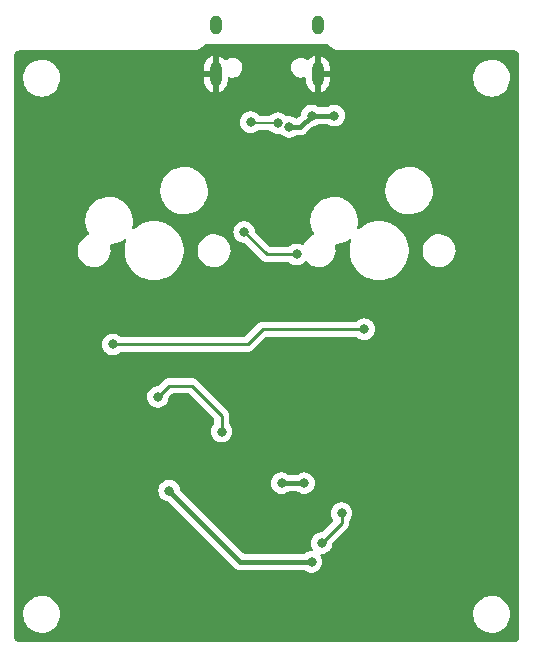
<source format=gbr>
%TF.GenerationSoftware,KiCad,Pcbnew,(6.0.7)*%
%TF.CreationDate,2022-09-12T20:58:16+12:00*%
%TF.ProjectId,ledusbc2key,6c656475-7362-4633-926b-65792e6b6963,rev?*%
%TF.SameCoordinates,Original*%
%TF.FileFunction,Copper,L1,Top*%
%TF.FilePolarity,Positive*%
%FSLAX46Y46*%
G04 Gerber Fmt 4.6, Leading zero omitted, Abs format (unit mm)*
G04 Created by KiCad (PCBNEW (6.0.7)) date 2022-09-12 20:58:16*
%MOMM*%
%LPD*%
G01*
G04 APERTURE LIST*
%TA.AperFunction,ComponentPad*%
%ADD10O,1.000000X1.600000*%
%TD*%
%TA.AperFunction,ComponentPad*%
%ADD11O,1.000000X2.100000*%
%TD*%
%TA.AperFunction,ViaPad*%
%ADD12C,0.800000*%
%TD*%
%TA.AperFunction,Conductor*%
%ADD13C,0.254000*%
%TD*%
%TA.AperFunction,Conductor*%
%ADD14C,0.381000*%
%TD*%
%TA.AperFunction,Conductor*%
%ADD15C,0.200000*%
%TD*%
G04 APERTURE END LIST*
D10*
%TO.P,USB1,13,SHIELD*%
%TO.N,GND*%
X123315000Y-60245000D03*
D11*
X123315000Y-64425000D03*
X131955000Y-64425000D03*
D10*
X131955000Y-60245000D03*
%TD*%
D12*
%TO.N,XTAL1*%
X133985000Y-101600000D03*
X132298001Y-104140000D03*
%TO.N,VCC*%
X133350000Y-67945000D03*
%TO.N,+5V*%
X130810000Y-99060000D03*
X128905000Y-99060000D03*
X119380000Y-99695000D03*
X131445000Y-105727500D03*
%TO.N,Net-(D1-Pad2)*%
X114617500Y-87312500D03*
X135902500Y-86030000D03*
%TO.N,LED*%
X123825000Y-94706500D03*
X118427500Y-91757500D03*
%TO.N,VCC*%
X129540000Y-68897500D03*
X131445000Y-67945000D03*
%TO.N,COL0*%
X125730000Y-77787500D03*
X130175000Y-79692500D03*
%TO.N,D-*%
X126283214Y-68498214D03*
X128587500Y-68580000D03*
%TD*%
D13*
%TO.N,LED*%
X121285000Y-90805000D02*
X119380000Y-90805000D01*
X119380000Y-90805000D02*
X118427500Y-91757500D01*
X123825000Y-93345000D02*
X121285000Y-90805000D01*
X123825000Y-94706500D02*
X123825000Y-93345000D01*
%TO.N,XTAL1*%
X133985000Y-102453001D02*
X133985000Y-101600000D01*
X132298001Y-104140000D02*
X133985000Y-102453001D01*
D14*
%TO.N,VCC*%
X131445000Y-67945000D02*
X133350000Y-67945000D01*
%TO.N,+5V*%
X130810000Y-99060000D02*
X128905000Y-99060000D01*
X125412500Y-105727500D02*
X119380000Y-99695000D01*
X131445000Y-105727500D02*
X125412500Y-105727500D01*
D13*
%TO.N,Net-(D1-Pad2)*%
X126047500Y-87312500D02*
X127330000Y-86030000D01*
X114617500Y-87312500D02*
X126047500Y-87312500D01*
X127330000Y-86030000D02*
X135902500Y-86030000D01*
D14*
%TO.N,VCC*%
X130492500Y-68897500D02*
X131445000Y-67945000D01*
X129540000Y-68897500D02*
X130492500Y-68897500D01*
D13*
%TO.N,COL0*%
X125730000Y-77787500D02*
X127635000Y-79692500D01*
X127635000Y-79692500D02*
X130175000Y-79692500D01*
D15*
%TO.N,D-*%
X128587500Y-68580000D02*
X126365000Y-68580000D01*
X126365000Y-68580000D02*
X126283214Y-68498214D01*
%TD*%
%TA.AperFunction,Conductor*%
%TO.N,GND*%
G36*
X132887204Y-61932502D02*
G01*
X132914890Y-61956665D01*
X132948722Y-61996278D01*
X133123590Y-62145629D01*
X133319669Y-62265786D01*
X133324239Y-62267679D01*
X133324243Y-62267681D01*
X133527557Y-62351896D01*
X133532130Y-62353790D01*
X133611001Y-62372725D01*
X133750929Y-62406320D01*
X133750935Y-62406321D01*
X133755742Y-62407475D01*
X133857723Y-62415501D01*
X133949652Y-62422736D01*
X133960665Y-62424093D01*
X133972448Y-62426076D01*
X133978966Y-62426155D01*
X133980140Y-62426170D01*
X133980143Y-62426170D01*
X133985000Y-62426229D01*
X134012624Y-62422273D01*
X134030486Y-62421000D01*
X148540633Y-62421000D01*
X148560018Y-62422500D01*
X148574852Y-62424810D01*
X148574855Y-62424810D01*
X148583724Y-62426191D01*
X148592625Y-62425027D01*
X148601600Y-62425137D01*
X148601598Y-62425341D01*
X148623045Y-62425351D01*
X148688469Y-62433964D01*
X148720242Y-62442477D01*
X148796679Y-62474139D01*
X148825156Y-62490580D01*
X148890799Y-62540950D01*
X148914050Y-62564201D01*
X148964420Y-62629844D01*
X148980863Y-62658325D01*
X149012523Y-62734761D01*
X149021036Y-62766531D01*
X149029165Y-62828276D01*
X149030234Y-62846260D01*
X149030190Y-62849854D01*
X149028809Y-62858724D01*
X149029973Y-62867626D01*
X149029973Y-62867627D01*
X149032936Y-62890283D01*
X149034000Y-62906621D01*
X149034000Y-112028133D01*
X149032500Y-112047518D01*
X149028809Y-112071224D01*
X149029973Y-112080125D01*
X149029863Y-112089100D01*
X149029659Y-112089098D01*
X149029649Y-112110545D01*
X149021036Y-112175969D01*
X149012523Y-112207741D01*
X148980861Y-112284179D01*
X148964420Y-112312656D01*
X148914050Y-112378299D01*
X148890799Y-112401550D01*
X148825156Y-112451920D01*
X148796675Y-112468363D01*
X148720239Y-112500023D01*
X148688469Y-112508536D01*
X148626724Y-112516665D01*
X148608740Y-112517734D01*
X148605146Y-112517690D01*
X148596276Y-112516309D01*
X148587374Y-112517473D01*
X148587373Y-112517473D01*
X148578190Y-112518674D01*
X148564714Y-112520436D01*
X148548379Y-112521500D01*
X106729367Y-112521500D01*
X106709982Y-112520000D01*
X106695148Y-112517690D01*
X106695145Y-112517690D01*
X106686276Y-112516309D01*
X106677375Y-112517473D01*
X106668400Y-112517363D01*
X106668402Y-112517159D01*
X106646955Y-112517149D01*
X106581531Y-112508536D01*
X106549759Y-112500023D01*
X106535277Y-112494024D01*
X106473321Y-112468361D01*
X106444844Y-112451920D01*
X106379201Y-112401550D01*
X106355950Y-112378299D01*
X106305580Y-112312656D01*
X106289139Y-112284179D01*
X106257477Y-112207741D01*
X106248964Y-112175970D01*
X106241284Y-112117636D01*
X106240752Y-112091976D01*
X106241076Y-112090052D01*
X106241229Y-112077500D01*
X106237273Y-112049876D01*
X106236000Y-112032014D01*
X106236000Y-110227068D01*
X107022382Y-110227068D01*
X107051208Y-110476199D01*
X107052587Y-110481073D01*
X107052588Y-110481077D01*
X107091526Y-110618681D01*
X107119494Y-110717517D01*
X107121628Y-110722092D01*
X107121630Y-110722099D01*
X107223347Y-110940231D01*
X107225484Y-110944813D01*
X107228326Y-110948994D01*
X107228326Y-110948995D01*
X107363605Y-111148052D01*
X107363608Y-111148056D01*
X107366451Y-111152239D01*
X107369928Y-111155916D01*
X107369929Y-111155917D01*
X107470238Y-111261991D01*
X107538767Y-111334459D01*
X107542793Y-111337537D01*
X107542794Y-111337538D01*
X107733981Y-111483712D01*
X107733985Y-111483715D01*
X107738001Y-111486785D01*
X107959026Y-111605297D01*
X107963807Y-111606943D01*
X107963811Y-111606945D01*
X108189538Y-111684669D01*
X108196156Y-111686948D01*
X108299689Y-111704831D01*
X108439380Y-111728960D01*
X108439386Y-111728961D01*
X108443290Y-111729635D01*
X108447251Y-111729815D01*
X108447252Y-111729815D01*
X108471931Y-111730936D01*
X108471950Y-111730936D01*
X108473350Y-111731000D01*
X108648015Y-111731000D01*
X108650523Y-111730798D01*
X108650528Y-111730798D01*
X108829944Y-111716363D01*
X108829949Y-111716362D01*
X108834985Y-111715957D01*
X108839893Y-111714752D01*
X108839896Y-111714751D01*
X109073625Y-111657341D01*
X109078539Y-111656134D01*
X109083191Y-111654159D01*
X109083195Y-111654158D01*
X109304741Y-111560117D01*
X109304742Y-111560117D01*
X109309396Y-111558141D01*
X109521615Y-111424500D01*
X109709738Y-111258647D01*
X109868924Y-111064851D01*
X109995078Y-110848096D01*
X110084955Y-110613961D01*
X110136241Y-110368467D01*
X110142662Y-110227068D01*
X145122382Y-110227068D01*
X145151208Y-110476199D01*
X145152587Y-110481073D01*
X145152588Y-110481077D01*
X145191526Y-110618681D01*
X145219494Y-110717517D01*
X145221628Y-110722092D01*
X145221630Y-110722099D01*
X145323347Y-110940231D01*
X145325484Y-110944813D01*
X145328326Y-110948994D01*
X145328326Y-110948995D01*
X145463605Y-111148052D01*
X145463608Y-111148056D01*
X145466451Y-111152239D01*
X145469928Y-111155916D01*
X145469929Y-111155917D01*
X145570238Y-111261991D01*
X145638767Y-111334459D01*
X145642793Y-111337537D01*
X145642794Y-111337538D01*
X145833981Y-111483712D01*
X145833985Y-111483715D01*
X145838001Y-111486785D01*
X146059026Y-111605297D01*
X146063807Y-111606943D01*
X146063811Y-111606945D01*
X146289538Y-111684669D01*
X146296156Y-111686948D01*
X146399689Y-111704831D01*
X146539380Y-111728960D01*
X146539386Y-111728961D01*
X146543290Y-111729635D01*
X146547251Y-111729815D01*
X146547252Y-111729815D01*
X146571931Y-111730936D01*
X146571950Y-111730936D01*
X146573350Y-111731000D01*
X146748015Y-111731000D01*
X146750523Y-111730798D01*
X146750528Y-111730798D01*
X146929944Y-111716363D01*
X146929949Y-111716362D01*
X146934985Y-111715957D01*
X146939893Y-111714752D01*
X146939896Y-111714751D01*
X147173625Y-111657341D01*
X147178539Y-111656134D01*
X147183191Y-111654159D01*
X147183195Y-111654158D01*
X147404741Y-111560117D01*
X147404742Y-111560117D01*
X147409396Y-111558141D01*
X147621615Y-111424500D01*
X147809738Y-111258647D01*
X147968924Y-111064851D01*
X148095078Y-110848096D01*
X148184955Y-110613961D01*
X148236241Y-110368467D01*
X148247618Y-110117932D01*
X148218792Y-109868801D01*
X148179810Y-109731039D01*
X148151884Y-109632352D01*
X148151883Y-109632350D01*
X148150506Y-109627483D01*
X148148372Y-109622908D01*
X148148370Y-109622901D01*
X148046653Y-109404769D01*
X148046651Y-109404765D01*
X148044516Y-109400187D01*
X148041674Y-109396005D01*
X147906395Y-109196948D01*
X147906392Y-109196944D01*
X147903549Y-109192761D01*
X147802925Y-109086353D01*
X147734713Y-109014221D01*
X147731233Y-109010541D01*
X147727206Y-109007462D01*
X147536019Y-108861288D01*
X147536015Y-108861285D01*
X147531999Y-108858215D01*
X147310974Y-108739703D01*
X147306193Y-108738057D01*
X147306189Y-108738055D01*
X147078633Y-108659701D01*
X147073844Y-108658052D01*
X146970311Y-108640169D01*
X146830620Y-108616040D01*
X146830614Y-108616039D01*
X146826710Y-108615365D01*
X146822749Y-108615185D01*
X146822748Y-108615185D01*
X146798069Y-108614064D01*
X146798050Y-108614064D01*
X146796650Y-108614000D01*
X146621985Y-108614000D01*
X146619477Y-108614202D01*
X146619472Y-108614202D01*
X146440056Y-108628637D01*
X146440051Y-108628638D01*
X146435015Y-108629043D01*
X146430107Y-108630248D01*
X146430104Y-108630249D01*
X146198326Y-108687180D01*
X146191461Y-108688866D01*
X146186809Y-108690841D01*
X146186805Y-108690842D01*
X146066061Y-108742095D01*
X145960604Y-108786859D01*
X145748385Y-108920500D01*
X145560262Y-109086353D01*
X145401076Y-109280149D01*
X145274922Y-109496904D01*
X145185045Y-109731039D01*
X145133759Y-109976533D01*
X145122382Y-110227068D01*
X110142662Y-110227068D01*
X110147618Y-110117932D01*
X110118792Y-109868801D01*
X110079810Y-109731039D01*
X110051884Y-109632352D01*
X110051883Y-109632350D01*
X110050506Y-109627483D01*
X110048372Y-109622908D01*
X110048370Y-109622901D01*
X109946653Y-109404769D01*
X109946651Y-109404765D01*
X109944516Y-109400187D01*
X109941674Y-109396005D01*
X109806395Y-109196948D01*
X109806392Y-109196944D01*
X109803549Y-109192761D01*
X109702925Y-109086353D01*
X109634713Y-109014221D01*
X109631233Y-109010541D01*
X109627206Y-109007462D01*
X109436019Y-108861288D01*
X109436015Y-108861285D01*
X109431999Y-108858215D01*
X109210974Y-108739703D01*
X109206193Y-108738057D01*
X109206189Y-108738055D01*
X108978633Y-108659701D01*
X108973844Y-108658052D01*
X108870311Y-108640169D01*
X108730620Y-108616040D01*
X108730614Y-108616039D01*
X108726710Y-108615365D01*
X108722749Y-108615185D01*
X108722748Y-108615185D01*
X108698069Y-108614064D01*
X108698050Y-108614064D01*
X108696650Y-108614000D01*
X108521985Y-108614000D01*
X108519477Y-108614202D01*
X108519472Y-108614202D01*
X108340056Y-108628637D01*
X108340051Y-108628638D01*
X108335015Y-108629043D01*
X108330107Y-108630248D01*
X108330104Y-108630249D01*
X108098326Y-108687180D01*
X108091461Y-108688866D01*
X108086809Y-108690841D01*
X108086805Y-108690842D01*
X107966061Y-108742095D01*
X107860604Y-108786859D01*
X107648385Y-108920500D01*
X107460262Y-109086353D01*
X107301076Y-109280149D01*
X107174922Y-109496904D01*
X107085045Y-109731039D01*
X107033759Y-109976533D01*
X107022382Y-110227068D01*
X106236000Y-110227068D01*
X106236000Y-99695000D01*
X118466496Y-99695000D01*
X118467186Y-99701565D01*
X118483187Y-99853803D01*
X118486458Y-99884928D01*
X118545473Y-100066556D01*
X118640960Y-100231944D01*
X118768747Y-100373866D01*
X118923248Y-100486118D01*
X118929276Y-100488802D01*
X118929278Y-100488803D01*
X119091681Y-100561109D01*
X119097712Y-100563794D01*
X119267631Y-100599912D01*
X119330528Y-100634063D01*
X124898003Y-106201538D01*
X124903856Y-106207803D01*
X124941342Y-106250774D01*
X124967776Y-106269352D01*
X124992889Y-106287002D01*
X124998184Y-106290935D01*
X125047739Y-106329791D01*
X125054663Y-106332917D01*
X125057712Y-106334764D01*
X125070378Y-106341989D01*
X125073543Y-106343686D01*
X125079761Y-106348056D01*
X125138496Y-106370956D01*
X125144509Y-106373483D01*
X125201935Y-106399412D01*
X125209403Y-106400796D01*
X125212811Y-106401864D01*
X125226858Y-106405866D01*
X125230313Y-106406753D01*
X125237389Y-106409512D01*
X125299853Y-106417735D01*
X125306345Y-106418763D01*
X125368287Y-106430244D01*
X125375867Y-106429807D01*
X125375868Y-106429807D01*
X125429594Y-106426709D01*
X125436847Y-106426500D01*
X130820519Y-106426500D01*
X130888640Y-106446502D01*
X130894580Y-106450564D01*
X130988248Y-106518618D01*
X130994276Y-106521302D01*
X130994278Y-106521303D01*
X131156681Y-106593609D01*
X131162712Y-106596294D01*
X131256113Y-106616147D01*
X131343056Y-106634628D01*
X131343061Y-106634628D01*
X131349513Y-106636000D01*
X131540487Y-106636000D01*
X131546939Y-106634628D01*
X131546944Y-106634628D01*
X131633887Y-106616147D01*
X131727288Y-106596294D01*
X131733319Y-106593609D01*
X131895722Y-106521303D01*
X131895724Y-106521302D01*
X131901752Y-106518618D01*
X132056253Y-106406366D01*
X132060675Y-106401455D01*
X132179621Y-106269352D01*
X132179622Y-106269351D01*
X132184040Y-106264444D01*
X132279527Y-106099056D01*
X132338542Y-105917428D01*
X132358504Y-105727500D01*
X132338542Y-105537572D01*
X132279527Y-105355944D01*
X132211143Y-105237499D01*
X132194405Y-105168505D01*
X132217625Y-105101413D01*
X132273432Y-105057526D01*
X132320262Y-105048500D01*
X132393488Y-105048500D01*
X132399940Y-105047128D01*
X132399945Y-105047128D01*
X132488549Y-105028294D01*
X132580289Y-105008794D01*
X132586320Y-105006109D01*
X132748723Y-104933803D01*
X132748725Y-104933802D01*
X132754753Y-104931118D01*
X132909254Y-104818866D01*
X132913676Y-104813955D01*
X133032622Y-104681852D01*
X133032623Y-104681851D01*
X133037041Y-104676944D01*
X133132528Y-104511556D01*
X133191543Y-104329928D01*
X133208576Y-104167867D01*
X133235589Y-104102210D01*
X133244791Y-104091942D01*
X134378483Y-102958251D01*
X134386809Y-102950675D01*
X134393303Y-102946554D01*
X134440086Y-102896735D01*
X134442840Y-102893894D01*
X134462639Y-102874095D01*
X134465063Y-102870970D01*
X134465071Y-102870961D01*
X134465137Y-102870875D01*
X134472845Y-102861850D01*
X134497790Y-102835286D01*
X134503217Y-102829507D01*
X134513023Y-102811670D01*
X134523873Y-102795154D01*
X134536350Y-102779068D01*
X134553976Y-102738335D01*
X134559193Y-102727687D01*
X134576749Y-102695752D01*
X134580569Y-102688804D01*
X134582540Y-102681129D01*
X134582542Y-102681123D01*
X134585631Y-102669090D01*
X134592034Y-102650388D01*
X134600117Y-102631709D01*
X134607060Y-102587874D01*
X134609467Y-102576252D01*
X134620500Y-102533283D01*
X134620500Y-102512936D01*
X134622051Y-102493225D01*
X134623995Y-102480951D01*
X134625235Y-102473122D01*
X134621059Y-102428945D01*
X134620500Y-102417087D01*
X134620500Y-102300303D01*
X134640502Y-102232182D01*
X134652864Y-102215993D01*
X134719621Y-102141852D01*
X134719622Y-102141851D01*
X134724040Y-102136944D01*
X134819527Y-101971556D01*
X134878542Y-101789928D01*
X134898504Y-101600000D01*
X134878542Y-101410072D01*
X134819527Y-101228444D01*
X134724040Y-101063056D01*
X134596253Y-100921134D01*
X134441752Y-100808882D01*
X134435724Y-100806198D01*
X134435722Y-100806197D01*
X134273319Y-100733891D01*
X134273318Y-100733891D01*
X134267288Y-100731206D01*
X134173888Y-100711353D01*
X134086944Y-100692872D01*
X134086939Y-100692872D01*
X134080487Y-100691500D01*
X133889513Y-100691500D01*
X133883061Y-100692872D01*
X133883056Y-100692872D01*
X133796112Y-100711353D01*
X133702712Y-100731206D01*
X133696682Y-100733891D01*
X133696681Y-100733891D01*
X133534278Y-100806197D01*
X133534276Y-100806198D01*
X133528248Y-100808882D01*
X133373747Y-100921134D01*
X133245960Y-101063056D01*
X133150473Y-101228444D01*
X133091458Y-101410072D01*
X133071496Y-101600000D01*
X133091458Y-101789928D01*
X133150473Y-101971556D01*
X133245960Y-102136944D01*
X133249218Y-102140562D01*
X133272859Y-102206823D01*
X133256777Y-102275974D01*
X133236162Y-102303106D01*
X132344671Y-103194597D01*
X132282361Y-103228621D01*
X132255578Y-103231500D01*
X132202514Y-103231500D01*
X132196062Y-103232872D01*
X132196057Y-103232872D01*
X132109114Y-103251353D01*
X132015713Y-103271206D01*
X132009683Y-103273891D01*
X132009682Y-103273891D01*
X131847279Y-103346197D01*
X131847277Y-103346198D01*
X131841249Y-103348882D01*
X131686748Y-103461134D01*
X131558961Y-103603056D01*
X131463474Y-103768444D01*
X131404459Y-103950072D01*
X131384497Y-104140000D01*
X131404459Y-104329928D01*
X131463474Y-104511556D01*
X131466777Y-104517278D01*
X131466778Y-104517279D01*
X131531858Y-104630000D01*
X131548596Y-104698995D01*
X131525376Y-104766087D01*
X131469569Y-104809974D01*
X131422739Y-104819000D01*
X131349513Y-104819000D01*
X131343061Y-104820372D01*
X131343056Y-104820372D01*
X131256112Y-104838853D01*
X131162712Y-104858706D01*
X131156682Y-104861391D01*
X131156681Y-104861391D01*
X130994278Y-104933697D01*
X130994276Y-104933698D01*
X130988248Y-104936382D01*
X130982907Y-104940262D01*
X130982906Y-104940263D01*
X130894580Y-105004436D01*
X130827712Y-105028294D01*
X130820519Y-105028500D01*
X125754226Y-105028500D01*
X125686105Y-105008498D01*
X125665131Y-104991595D01*
X120316243Y-99642708D01*
X120282217Y-99580396D01*
X120280028Y-99566783D01*
X120274232Y-99511637D01*
X120274232Y-99511635D01*
X120273542Y-99505072D01*
X120214527Y-99323444D01*
X120119040Y-99158056D01*
X120030750Y-99060000D01*
X127991496Y-99060000D01*
X128011458Y-99249928D01*
X128070473Y-99431556D01*
X128165960Y-99596944D01*
X128293747Y-99738866D01*
X128448248Y-99851118D01*
X128454276Y-99853802D01*
X128454278Y-99853803D01*
X128616681Y-99926109D01*
X128622712Y-99928794D01*
X128716112Y-99948647D01*
X128803056Y-99967128D01*
X128803061Y-99967128D01*
X128809513Y-99968500D01*
X129000487Y-99968500D01*
X129006939Y-99967128D01*
X129006944Y-99967128D01*
X129093888Y-99948647D01*
X129187288Y-99928794D01*
X129193319Y-99926109D01*
X129355722Y-99853803D01*
X129355724Y-99853802D01*
X129361752Y-99851118D01*
X129455420Y-99783064D01*
X129522288Y-99759206D01*
X129529481Y-99759000D01*
X130185519Y-99759000D01*
X130253640Y-99779002D01*
X130259580Y-99783064D01*
X130353248Y-99851118D01*
X130359276Y-99853802D01*
X130359278Y-99853803D01*
X130521681Y-99926109D01*
X130527712Y-99928794D01*
X130621112Y-99948647D01*
X130708056Y-99967128D01*
X130708061Y-99967128D01*
X130714513Y-99968500D01*
X130905487Y-99968500D01*
X130911939Y-99967128D01*
X130911944Y-99967128D01*
X130998888Y-99948647D01*
X131092288Y-99928794D01*
X131098319Y-99926109D01*
X131260722Y-99853803D01*
X131260724Y-99853802D01*
X131266752Y-99851118D01*
X131421253Y-99738866D01*
X131549040Y-99596944D01*
X131644527Y-99431556D01*
X131703542Y-99249928D01*
X131723504Y-99060000D01*
X131718485Y-99012251D01*
X131704232Y-98876635D01*
X131704232Y-98876633D01*
X131703542Y-98870072D01*
X131644527Y-98688444D01*
X131549040Y-98523056D01*
X131421253Y-98381134D01*
X131266752Y-98268882D01*
X131260724Y-98266198D01*
X131260722Y-98266197D01*
X131098319Y-98193891D01*
X131098318Y-98193891D01*
X131092288Y-98191206D01*
X130998888Y-98171353D01*
X130911944Y-98152872D01*
X130911939Y-98152872D01*
X130905487Y-98151500D01*
X130714513Y-98151500D01*
X130708061Y-98152872D01*
X130708056Y-98152872D01*
X130621112Y-98171353D01*
X130527712Y-98191206D01*
X130521682Y-98193891D01*
X130521681Y-98193891D01*
X130359278Y-98266197D01*
X130359276Y-98266198D01*
X130353248Y-98268882D01*
X130347907Y-98272762D01*
X130347906Y-98272763D01*
X130259580Y-98336936D01*
X130192712Y-98360794D01*
X130185519Y-98361000D01*
X129529481Y-98361000D01*
X129461360Y-98340998D01*
X129455420Y-98336936D01*
X129367094Y-98272763D01*
X129367093Y-98272762D01*
X129361752Y-98268882D01*
X129355724Y-98266198D01*
X129355722Y-98266197D01*
X129193319Y-98193891D01*
X129193318Y-98193891D01*
X129187288Y-98191206D01*
X129093888Y-98171353D01*
X129006944Y-98152872D01*
X129006939Y-98152872D01*
X129000487Y-98151500D01*
X128809513Y-98151500D01*
X128803061Y-98152872D01*
X128803056Y-98152872D01*
X128716112Y-98171353D01*
X128622712Y-98191206D01*
X128616682Y-98193891D01*
X128616681Y-98193891D01*
X128454278Y-98266197D01*
X128454276Y-98266198D01*
X128448248Y-98268882D01*
X128293747Y-98381134D01*
X128165960Y-98523056D01*
X128070473Y-98688444D01*
X128011458Y-98870072D01*
X128010768Y-98876633D01*
X128010768Y-98876635D01*
X127996515Y-99012251D01*
X127991496Y-99060000D01*
X120030750Y-99060000D01*
X119991253Y-99016134D01*
X119836752Y-98903882D01*
X119830724Y-98901198D01*
X119830722Y-98901197D01*
X119668319Y-98828891D01*
X119668318Y-98828891D01*
X119662288Y-98826206D01*
X119568888Y-98806353D01*
X119481944Y-98787872D01*
X119481939Y-98787872D01*
X119475487Y-98786500D01*
X119284513Y-98786500D01*
X119278061Y-98787872D01*
X119278056Y-98787872D01*
X119191113Y-98806353D01*
X119097712Y-98826206D01*
X119091682Y-98828891D01*
X119091681Y-98828891D01*
X118929278Y-98901197D01*
X118929276Y-98901198D01*
X118923248Y-98903882D01*
X118768747Y-99016134D01*
X118640960Y-99158056D01*
X118545473Y-99323444D01*
X118486458Y-99505072D01*
X118466496Y-99695000D01*
X106236000Y-99695000D01*
X106236000Y-91757500D01*
X117513996Y-91757500D01*
X117533958Y-91947428D01*
X117592973Y-92129056D01*
X117688460Y-92294444D01*
X117816247Y-92436366D01*
X117970748Y-92548618D01*
X117976776Y-92551302D01*
X117976778Y-92551303D01*
X118139181Y-92623609D01*
X118145212Y-92626294D01*
X118238613Y-92646147D01*
X118325556Y-92664628D01*
X118325561Y-92664628D01*
X118332013Y-92666000D01*
X118522987Y-92666000D01*
X118529439Y-92664628D01*
X118529444Y-92664628D01*
X118616388Y-92646147D01*
X118709788Y-92626294D01*
X118715819Y-92623609D01*
X118878222Y-92551303D01*
X118878224Y-92551302D01*
X118884252Y-92548618D01*
X119038753Y-92436366D01*
X119166540Y-92294444D01*
X119262027Y-92129056D01*
X119321042Y-91947428D01*
X119338075Y-91785367D01*
X119365088Y-91719710D01*
X119374290Y-91709442D01*
X119606327Y-91477405D01*
X119668639Y-91443379D01*
X119695422Y-91440500D01*
X120969578Y-91440500D01*
X121037699Y-91460502D01*
X121058673Y-91477405D01*
X123152595Y-93571327D01*
X123186621Y-93633639D01*
X123189500Y-93660422D01*
X123189500Y-94006197D01*
X123169498Y-94074318D01*
X123157136Y-94090506D01*
X123085960Y-94169556D01*
X122990473Y-94334944D01*
X122931458Y-94516572D01*
X122911496Y-94706500D01*
X122931458Y-94896428D01*
X122990473Y-95078056D01*
X123085960Y-95243444D01*
X123213747Y-95385366D01*
X123368248Y-95497618D01*
X123374276Y-95500302D01*
X123374278Y-95500303D01*
X123536681Y-95572609D01*
X123542712Y-95575294D01*
X123636112Y-95595147D01*
X123723056Y-95613628D01*
X123723061Y-95613628D01*
X123729513Y-95615000D01*
X123920487Y-95615000D01*
X123926939Y-95613628D01*
X123926944Y-95613628D01*
X124013887Y-95595147D01*
X124107288Y-95575294D01*
X124113319Y-95572609D01*
X124275722Y-95500303D01*
X124275724Y-95500302D01*
X124281752Y-95497618D01*
X124436253Y-95385366D01*
X124564040Y-95243444D01*
X124659527Y-95078056D01*
X124718542Y-94896428D01*
X124738504Y-94706500D01*
X124718542Y-94516572D01*
X124659527Y-94334944D01*
X124564040Y-94169556D01*
X124492864Y-94090507D01*
X124462146Y-94026500D01*
X124460500Y-94006197D01*
X124460500Y-93424020D01*
X124461029Y-93412791D01*
X124462708Y-93405281D01*
X124460562Y-93337001D01*
X124460500Y-93333044D01*
X124460500Y-93305017D01*
X124459989Y-93300971D01*
X124459057Y-93289136D01*
X124457913Y-93252720D01*
X124457664Y-93244795D01*
X124451987Y-93225253D01*
X124447978Y-93205894D01*
X124447819Y-93204633D01*
X124445427Y-93185701D01*
X124442511Y-93178337D01*
X124442510Y-93178332D01*
X124429088Y-93144435D01*
X124425249Y-93133224D01*
X124412868Y-93090607D01*
X124402511Y-93073093D01*
X124393815Y-93055343D01*
X124389239Y-93043785D01*
X124389236Y-93043780D01*
X124386319Y-93036412D01*
X124360233Y-93000507D01*
X124353716Y-92990585D01*
X124335172Y-92959228D01*
X124335170Y-92959225D01*
X124331134Y-92952401D01*
X124316747Y-92938014D01*
X124303906Y-92922980D01*
X124296602Y-92912927D01*
X124291942Y-92906513D01*
X124257750Y-92878227D01*
X124248971Y-92870238D01*
X121790250Y-90411517D01*
X121782674Y-90403191D01*
X121778553Y-90396697D01*
X121728734Y-90349914D01*
X121725893Y-90347160D01*
X121706094Y-90327361D01*
X121702969Y-90324937D01*
X121702960Y-90324929D01*
X121702874Y-90324863D01*
X121693849Y-90317155D01*
X121667285Y-90292210D01*
X121661506Y-90286783D01*
X121643669Y-90276977D01*
X121627153Y-90266127D01*
X121611067Y-90253650D01*
X121570334Y-90236024D01*
X121559686Y-90230807D01*
X121530791Y-90214922D01*
X121520803Y-90209431D01*
X121513128Y-90207460D01*
X121513122Y-90207458D01*
X121501089Y-90204369D01*
X121482387Y-90197966D01*
X121463708Y-90189883D01*
X121423913Y-90183580D01*
X121419873Y-90182940D01*
X121408260Y-90180535D01*
X121365282Y-90169500D01*
X121344935Y-90169500D01*
X121325224Y-90167949D01*
X121312950Y-90166005D01*
X121305121Y-90164765D01*
X121297229Y-90165511D01*
X121260944Y-90168941D01*
X121249086Y-90169500D01*
X119459020Y-90169500D01*
X119447791Y-90168971D01*
X119440281Y-90167292D01*
X119432355Y-90167541D01*
X119432354Y-90167541D01*
X119372002Y-90169438D01*
X119368044Y-90169500D01*
X119340017Y-90169500D01*
X119335971Y-90170011D01*
X119324143Y-90170942D01*
X119279795Y-90172336D01*
X119272178Y-90174549D01*
X119260253Y-90178013D01*
X119240894Y-90182022D01*
X119239633Y-90182181D01*
X119220701Y-90184573D01*
X119213337Y-90187489D01*
X119213332Y-90187490D01*
X119191421Y-90196166D01*
X119179428Y-90200914D01*
X119168224Y-90204751D01*
X119125607Y-90217132D01*
X119108094Y-90227489D01*
X119090343Y-90236185D01*
X119078785Y-90240761D01*
X119078780Y-90240764D01*
X119071412Y-90243681D01*
X119064997Y-90248342D01*
X119035507Y-90269767D01*
X119025585Y-90276284D01*
X118994228Y-90294828D01*
X118994225Y-90294830D01*
X118987401Y-90298866D01*
X118973014Y-90313253D01*
X118957980Y-90326094D01*
X118941513Y-90338058D01*
X118936460Y-90344166D01*
X118913228Y-90372249D01*
X118905238Y-90381029D01*
X118474172Y-90812095D01*
X118411860Y-90846121D01*
X118385077Y-90849000D01*
X118332013Y-90849000D01*
X118325561Y-90850372D01*
X118325556Y-90850372D01*
X118238612Y-90868853D01*
X118145212Y-90888706D01*
X118139182Y-90891391D01*
X118139181Y-90891391D01*
X117976778Y-90963697D01*
X117976776Y-90963698D01*
X117970748Y-90966382D01*
X117816247Y-91078634D01*
X117688460Y-91220556D01*
X117592973Y-91385944D01*
X117533958Y-91567572D01*
X117513996Y-91757500D01*
X106236000Y-91757500D01*
X106236000Y-87312500D01*
X113703996Y-87312500D01*
X113723958Y-87502428D01*
X113782973Y-87684056D01*
X113878460Y-87849444D01*
X113882878Y-87854351D01*
X113882879Y-87854352D01*
X113967200Y-87948000D01*
X114006247Y-87991366D01*
X114160748Y-88103618D01*
X114166776Y-88106302D01*
X114166778Y-88106303D01*
X114329181Y-88178609D01*
X114335212Y-88181294D01*
X114428612Y-88201147D01*
X114515556Y-88219628D01*
X114515561Y-88219628D01*
X114522013Y-88221000D01*
X114712987Y-88221000D01*
X114719439Y-88219628D01*
X114719444Y-88219628D01*
X114806388Y-88201147D01*
X114899788Y-88181294D01*
X114905819Y-88178609D01*
X115068222Y-88106303D01*
X115068224Y-88106302D01*
X115074252Y-88103618D01*
X115228753Y-87991366D01*
X115233168Y-87986463D01*
X115238080Y-87982040D01*
X115239721Y-87983862D01*
X115290710Y-87952450D01*
X115323899Y-87948000D01*
X125968480Y-87948000D01*
X125979714Y-87948530D01*
X125987219Y-87950208D01*
X126055512Y-87948062D01*
X126059469Y-87948000D01*
X126087483Y-87948000D01*
X126091408Y-87947504D01*
X126091409Y-87947504D01*
X126091504Y-87947492D01*
X126103349Y-87946559D01*
X126133170Y-87945622D01*
X126139782Y-87945414D01*
X126139783Y-87945414D01*
X126147705Y-87945165D01*
X126167249Y-87939487D01*
X126186612Y-87935477D01*
X126198940Y-87933920D01*
X126198942Y-87933920D01*
X126206799Y-87932927D01*
X126214163Y-87930011D01*
X126214168Y-87930010D01*
X126248056Y-87916593D01*
X126259285Y-87912748D01*
X126275965Y-87907902D01*
X126301893Y-87900369D01*
X126308720Y-87896331D01*
X126308723Y-87896330D01*
X126319406Y-87890012D01*
X126337164Y-87881312D01*
X126348715Y-87876739D01*
X126348721Y-87876735D01*
X126356088Y-87873819D01*
X126391991Y-87847734D01*
X126401910Y-87841219D01*
X126433268Y-87822674D01*
X126433272Y-87822671D01*
X126440098Y-87818634D01*
X126454482Y-87804250D01*
X126469516Y-87791409D01*
X126479573Y-87784102D01*
X126485987Y-87779442D01*
X126514278Y-87745244D01*
X126522267Y-87736465D01*
X127556328Y-86702405D01*
X127618640Y-86668379D01*
X127645423Y-86665500D01*
X135196101Y-86665500D01*
X135264222Y-86685502D01*
X135281408Y-86700109D01*
X135281920Y-86699540D01*
X135286832Y-86703963D01*
X135291247Y-86708866D01*
X135312829Y-86724546D01*
X135390908Y-86781274D01*
X135445748Y-86821118D01*
X135451776Y-86823802D01*
X135451778Y-86823803D01*
X135614181Y-86896109D01*
X135620212Y-86898794D01*
X135713612Y-86918647D01*
X135800556Y-86937128D01*
X135800561Y-86937128D01*
X135807013Y-86938500D01*
X135997987Y-86938500D01*
X136004439Y-86937128D01*
X136004444Y-86937128D01*
X136091388Y-86918647D01*
X136184788Y-86898794D01*
X136190819Y-86896109D01*
X136353222Y-86823803D01*
X136353224Y-86823802D01*
X136359252Y-86821118D01*
X136513753Y-86708866D01*
X136584985Y-86629755D01*
X136637121Y-86571852D01*
X136637122Y-86571851D01*
X136641540Y-86566944D01*
X136699814Y-86466010D01*
X136733723Y-86407279D01*
X136733724Y-86407278D01*
X136737027Y-86401556D01*
X136796042Y-86219928D01*
X136816004Y-86030000D01*
X136796042Y-85840072D01*
X136737027Y-85658444D01*
X136641540Y-85493056D01*
X136616964Y-85465761D01*
X136518175Y-85356045D01*
X136518174Y-85356044D01*
X136513753Y-85351134D01*
X136359252Y-85238882D01*
X136353224Y-85236198D01*
X136353222Y-85236197D01*
X136190819Y-85163891D01*
X136190818Y-85163891D01*
X136184788Y-85161206D01*
X136091388Y-85141353D01*
X136004444Y-85122872D01*
X136004439Y-85122872D01*
X135997987Y-85121500D01*
X135807013Y-85121500D01*
X135800561Y-85122872D01*
X135800556Y-85122872D01*
X135713612Y-85141353D01*
X135620212Y-85161206D01*
X135614182Y-85163891D01*
X135614181Y-85163891D01*
X135451778Y-85236197D01*
X135451776Y-85236198D01*
X135445748Y-85238882D01*
X135291247Y-85351134D01*
X135286832Y-85356037D01*
X135281920Y-85360460D01*
X135280279Y-85358638D01*
X135229290Y-85390050D01*
X135196101Y-85394500D01*
X127409032Y-85394500D01*
X127397793Y-85393970D01*
X127390281Y-85392291D01*
X127382356Y-85392540D01*
X127382355Y-85392540D01*
X127321970Y-85394438D01*
X127318012Y-85394500D01*
X127290017Y-85394500D01*
X127286083Y-85394997D01*
X127286081Y-85394997D01*
X127285994Y-85395008D01*
X127274160Y-85395940D01*
X127229795Y-85397335D01*
X127222182Y-85399547D01*
X127222181Y-85399547D01*
X127210252Y-85403013D01*
X127190888Y-85407023D01*
X127178560Y-85408580D01*
X127178558Y-85408580D01*
X127170701Y-85409573D01*
X127163337Y-85412489D01*
X127163332Y-85412490D01*
X127129444Y-85425907D01*
X127118215Y-85429752D01*
X127101535Y-85434598D01*
X127075607Y-85442131D01*
X127068780Y-85446169D01*
X127068777Y-85446170D01*
X127058094Y-85452488D01*
X127040336Y-85461188D01*
X127028785Y-85465761D01*
X127028779Y-85465765D01*
X127021412Y-85468681D01*
X127015001Y-85473339D01*
X127014999Y-85473340D01*
X126985512Y-85494764D01*
X126975590Y-85501281D01*
X126944232Y-85519826D01*
X126944228Y-85519829D01*
X126937402Y-85523866D01*
X126923018Y-85538250D01*
X126907984Y-85551091D01*
X126891513Y-85563058D01*
X126886460Y-85569166D01*
X126863223Y-85597255D01*
X126855233Y-85606035D01*
X125821172Y-86640095D01*
X125758860Y-86674121D01*
X125732077Y-86677000D01*
X115323899Y-86677000D01*
X115255778Y-86656998D01*
X115238592Y-86642391D01*
X115238080Y-86642960D01*
X115233168Y-86638537D01*
X115228753Y-86633634D01*
X115143718Y-86571852D01*
X115079594Y-86525263D01*
X115079593Y-86525262D01*
X115074252Y-86521382D01*
X115068224Y-86518698D01*
X115068222Y-86518697D01*
X114905819Y-86446391D01*
X114905818Y-86446391D01*
X114899788Y-86443706D01*
X114806388Y-86423853D01*
X114719444Y-86405372D01*
X114719439Y-86405372D01*
X114712987Y-86404000D01*
X114522013Y-86404000D01*
X114515561Y-86405372D01*
X114515556Y-86405372D01*
X114428612Y-86423853D01*
X114335212Y-86443706D01*
X114329182Y-86446391D01*
X114329181Y-86446391D01*
X114166778Y-86518697D01*
X114166776Y-86518698D01*
X114160748Y-86521382D01*
X114006247Y-86633634D01*
X114001826Y-86638544D01*
X114001825Y-86638545D01*
X113935012Y-86712749D01*
X113878460Y-86775556D01*
X113852155Y-86821118D01*
X113808859Y-86896109D01*
X113782973Y-86940944D01*
X113723958Y-87122572D01*
X113703996Y-87312500D01*
X106236000Y-87312500D01*
X106236000Y-79309593D01*
X111643039Y-79309593D01*
X111651848Y-79544216D01*
X111652943Y-79549434D01*
X111677794Y-79667871D01*
X111700062Y-79774001D01*
X111786302Y-79992377D01*
X111789071Y-79996940D01*
X111897896Y-80176277D01*
X111908104Y-80193100D01*
X112061985Y-80370432D01*
X112066117Y-80373820D01*
X112239416Y-80515917D01*
X112239422Y-80515921D01*
X112243544Y-80519301D01*
X112248180Y-80521940D01*
X112248183Y-80521942D01*
X112312598Y-80558609D01*
X112447590Y-80635451D01*
X112668289Y-80715561D01*
X112673538Y-80716510D01*
X112673541Y-80716511D01*
X112754615Y-80731171D01*
X112899330Y-80757340D01*
X112903469Y-80757535D01*
X112903476Y-80757536D01*
X112922440Y-80758430D01*
X112922449Y-80758430D01*
X112923929Y-80758500D01*
X113088950Y-80758500D01*
X113170299Y-80751597D01*
X113258637Y-80744102D01*
X113258641Y-80744101D01*
X113263948Y-80743651D01*
X113269103Y-80742313D01*
X113269109Y-80742312D01*
X113486035Y-80686009D01*
X113486034Y-80686009D01*
X113491206Y-80684667D01*
X113496072Y-80682475D01*
X113496075Y-80682474D01*
X113700417Y-80590424D01*
X113700420Y-80590423D01*
X113705278Y-80588234D01*
X113900041Y-80457112D01*
X114069927Y-80295049D01*
X114099445Y-80255376D01*
X114161053Y-80172571D01*
X114210078Y-80106679D01*
X114220601Y-80085983D01*
X114314069Y-79902144D01*
X114314069Y-79902143D01*
X114316487Y-79897388D01*
X114386111Y-79673160D01*
X114403202Y-79544216D01*
X114416261Y-79445690D01*
X114416261Y-79445687D01*
X114416961Y-79440407D01*
X114408152Y-79205784D01*
X114395690Y-79146392D01*
X114362373Y-78987602D01*
X114367960Y-78916826D01*
X114410925Y-78860305D01*
X114476898Y-78836035D01*
X114510355Y-78833696D01*
X114575828Y-78829118D01*
X114575834Y-78829117D01*
X114580212Y-78828811D01*
X114854970Y-78770409D01*
X114859099Y-78768906D01*
X114859103Y-78768905D01*
X115114781Y-78675846D01*
X115114785Y-78675844D01*
X115118926Y-78674337D01*
X115366942Y-78542464D01*
X115551327Y-78408501D01*
X115618195Y-78384642D01*
X115687347Y-78400723D01*
X115736827Y-78451637D01*
X115750926Y-78521220D01*
X115742540Y-78556820D01*
X115725370Y-78600187D01*
X115647064Y-78905170D01*
X115607600Y-79217562D01*
X115607600Y-79532438D01*
X115647064Y-79844830D01*
X115725370Y-80149813D01*
X115726823Y-80153482D01*
X115726823Y-80153483D01*
X115740703Y-80188539D01*
X115841284Y-80442577D01*
X115843186Y-80446036D01*
X115843187Y-80446039D01*
X115975112Y-80686009D01*
X115992976Y-80718504D01*
X116178055Y-80973244D01*
X116393602Y-81202778D01*
X116636218Y-81403487D01*
X116902076Y-81572206D01*
X116905655Y-81573890D01*
X116905662Y-81573894D01*
X117183394Y-81704584D01*
X117183398Y-81704586D01*
X117186984Y-81706273D01*
X117486448Y-81803575D01*
X117795746Y-81862577D01*
X117889300Y-81868463D01*
X118029358Y-81877275D01*
X118029374Y-81877276D01*
X118031353Y-81877400D01*
X118188647Y-81877400D01*
X118190626Y-81877276D01*
X118190642Y-81877275D01*
X118330700Y-81868463D01*
X118424254Y-81862577D01*
X118733552Y-81803575D01*
X119033016Y-81706273D01*
X119036602Y-81704586D01*
X119036606Y-81704584D01*
X119314338Y-81573894D01*
X119314345Y-81573890D01*
X119317924Y-81572206D01*
X119583782Y-81403487D01*
X119826398Y-81202778D01*
X120041945Y-80973244D01*
X120227024Y-80718504D01*
X120244889Y-80686009D01*
X120376813Y-80446039D01*
X120376814Y-80446036D01*
X120378716Y-80442577D01*
X120479297Y-80188539D01*
X120493177Y-80153483D01*
X120493177Y-80153482D01*
X120494630Y-80149813D01*
X120572936Y-79844830D01*
X120612400Y-79532438D01*
X120612400Y-79309593D01*
X121803039Y-79309593D01*
X121811848Y-79544216D01*
X121812943Y-79549434D01*
X121837794Y-79667871D01*
X121860062Y-79774001D01*
X121946302Y-79992377D01*
X121949071Y-79996940D01*
X122057896Y-80176277D01*
X122068104Y-80193100D01*
X122221985Y-80370432D01*
X122226117Y-80373820D01*
X122399416Y-80515917D01*
X122399422Y-80515921D01*
X122403544Y-80519301D01*
X122408180Y-80521940D01*
X122408183Y-80521942D01*
X122472598Y-80558609D01*
X122607590Y-80635451D01*
X122828289Y-80715561D01*
X122833538Y-80716510D01*
X122833541Y-80716511D01*
X122914615Y-80731171D01*
X123059330Y-80757340D01*
X123063469Y-80757535D01*
X123063476Y-80757536D01*
X123082440Y-80758430D01*
X123082449Y-80758430D01*
X123083929Y-80758500D01*
X123248950Y-80758500D01*
X123330299Y-80751597D01*
X123418637Y-80744102D01*
X123418641Y-80744101D01*
X123423948Y-80743651D01*
X123429103Y-80742313D01*
X123429109Y-80742312D01*
X123646035Y-80686009D01*
X123646034Y-80686009D01*
X123651206Y-80684667D01*
X123656072Y-80682475D01*
X123656075Y-80682474D01*
X123860417Y-80590424D01*
X123860420Y-80590423D01*
X123865278Y-80588234D01*
X124060041Y-80457112D01*
X124229927Y-80295049D01*
X124259445Y-80255376D01*
X124321053Y-80172571D01*
X124370078Y-80106679D01*
X124380601Y-80085983D01*
X124474069Y-79902144D01*
X124474069Y-79902143D01*
X124476487Y-79897388D01*
X124546111Y-79673160D01*
X124563202Y-79544216D01*
X124576261Y-79445690D01*
X124576261Y-79445687D01*
X124576961Y-79440407D01*
X124568152Y-79205784D01*
X124550358Y-79120978D01*
X124521035Y-78981226D01*
X124521034Y-78981223D01*
X124519938Y-78975999D01*
X124433698Y-78757623D01*
X124381903Y-78672267D01*
X124314664Y-78561461D01*
X124314662Y-78561458D01*
X124311896Y-78556900D01*
X124158015Y-78379568D01*
X124096772Y-78329352D01*
X123980584Y-78234083D01*
X123980578Y-78234079D01*
X123976456Y-78230699D01*
X123971820Y-78228060D01*
X123971817Y-78228058D01*
X123777053Y-78117192D01*
X123772410Y-78114549D01*
X123551711Y-78034439D01*
X123546462Y-78033490D01*
X123546459Y-78033489D01*
X123465385Y-78018829D01*
X123320670Y-77992660D01*
X123316531Y-77992465D01*
X123316524Y-77992464D01*
X123297560Y-77991570D01*
X123297551Y-77991570D01*
X123296071Y-77991500D01*
X123131050Y-77991500D01*
X123049701Y-77998403D01*
X122961363Y-78005898D01*
X122961359Y-78005899D01*
X122956052Y-78006349D01*
X122950897Y-78007687D01*
X122950891Y-78007688D01*
X122773177Y-78053814D01*
X122728794Y-78065333D01*
X122723928Y-78067525D01*
X122723925Y-78067526D01*
X122519583Y-78159576D01*
X122519580Y-78159577D01*
X122514722Y-78161766D01*
X122510298Y-78164745D01*
X122510297Y-78164745D01*
X122484324Y-78182231D01*
X122319959Y-78292888D01*
X122150073Y-78454951D01*
X122009922Y-78643321D01*
X122007506Y-78648072D01*
X122007504Y-78648076D01*
X121916844Y-78826391D01*
X121903513Y-78852612D01*
X121833889Y-79076840D01*
X121833188Y-79082129D01*
X121816092Y-79211116D01*
X121803039Y-79309593D01*
X120612400Y-79309593D01*
X120612400Y-79217562D01*
X120572936Y-78905170D01*
X120494630Y-78600187D01*
X120378716Y-78307423D01*
X120372749Y-78296569D01*
X120228933Y-78034968D01*
X120228931Y-78034965D01*
X120227024Y-78031496D01*
X120049751Y-77787500D01*
X124816496Y-77787500D01*
X124836458Y-77977428D01*
X124895473Y-78159056D01*
X124990960Y-78324444D01*
X124995378Y-78329351D01*
X124995379Y-78329352D01*
X125045162Y-78384642D01*
X125118747Y-78466366D01*
X125194247Y-78521220D01*
X125249634Y-78561461D01*
X125273248Y-78578618D01*
X125279276Y-78581302D01*
X125279278Y-78581303D01*
X125330275Y-78604008D01*
X125447712Y-78656294D01*
X125522859Y-78672267D01*
X125628056Y-78694628D01*
X125628061Y-78694628D01*
X125634513Y-78696000D01*
X125687578Y-78696000D01*
X125755699Y-78716002D01*
X125776673Y-78732905D01*
X127129750Y-80085983D01*
X127137326Y-80094309D01*
X127141447Y-80100803D01*
X127147222Y-80106226D01*
X127191265Y-80147585D01*
X127194107Y-80150340D01*
X127213906Y-80170139D01*
X127217031Y-80172563D01*
X127217040Y-80172571D01*
X127217126Y-80172637D01*
X127226151Y-80180345D01*
X127258494Y-80210717D01*
X127265438Y-80214535D01*
X127265440Y-80214536D01*
X127276329Y-80220522D01*
X127292847Y-80231373D01*
X127308933Y-80243850D01*
X127349666Y-80261476D01*
X127360314Y-80266693D01*
X127399197Y-80288069D01*
X127406872Y-80290040D01*
X127406878Y-80290042D01*
X127418911Y-80293131D01*
X127437613Y-80299534D01*
X127456292Y-80307617D01*
X127490128Y-80312976D01*
X127500127Y-80314560D01*
X127511740Y-80316965D01*
X127554718Y-80328000D01*
X127575065Y-80328000D01*
X127594777Y-80329551D01*
X127614879Y-80332735D01*
X127622771Y-80331989D01*
X127659056Y-80328559D01*
X127670914Y-80328000D01*
X129468601Y-80328000D01*
X129536722Y-80348002D01*
X129553908Y-80362609D01*
X129554420Y-80362040D01*
X129559332Y-80366463D01*
X129563747Y-80371366D01*
X129718248Y-80483618D01*
X129724276Y-80486302D01*
X129724278Y-80486303D01*
X129886681Y-80558609D01*
X129892712Y-80561294D01*
X129986113Y-80581147D01*
X130073056Y-80599628D01*
X130073061Y-80599628D01*
X130079513Y-80601000D01*
X130270487Y-80601000D01*
X130276939Y-80599628D01*
X130276944Y-80599628D01*
X130363887Y-80581147D01*
X130457288Y-80561294D01*
X130463319Y-80558609D01*
X130625722Y-80486303D01*
X130625724Y-80486302D01*
X130631752Y-80483618D01*
X130786253Y-80371366D01*
X130857161Y-80292614D01*
X130917606Y-80255376D01*
X130988590Y-80256728D01*
X131045959Y-80294344D01*
X131111985Y-80370432D01*
X131116117Y-80373820D01*
X131289416Y-80515917D01*
X131289422Y-80515921D01*
X131293544Y-80519301D01*
X131298180Y-80521940D01*
X131298183Y-80521942D01*
X131362598Y-80558609D01*
X131497590Y-80635451D01*
X131718289Y-80715561D01*
X131723538Y-80716510D01*
X131723541Y-80716511D01*
X131804615Y-80731171D01*
X131949330Y-80757340D01*
X131953469Y-80757535D01*
X131953476Y-80757536D01*
X131972440Y-80758430D01*
X131972449Y-80758430D01*
X131973929Y-80758500D01*
X132138950Y-80758500D01*
X132220299Y-80751597D01*
X132308637Y-80744102D01*
X132308641Y-80744101D01*
X132313948Y-80743651D01*
X132319103Y-80742313D01*
X132319109Y-80742312D01*
X132536035Y-80686009D01*
X132536034Y-80686009D01*
X132541206Y-80684667D01*
X132546072Y-80682475D01*
X132546075Y-80682474D01*
X132750417Y-80590424D01*
X132750420Y-80590423D01*
X132755278Y-80588234D01*
X132950041Y-80457112D01*
X133119927Y-80295049D01*
X133149445Y-80255376D01*
X133211053Y-80172571D01*
X133260078Y-80106679D01*
X133270601Y-80085983D01*
X133364069Y-79902144D01*
X133364069Y-79902143D01*
X133366487Y-79897388D01*
X133436111Y-79673160D01*
X133453202Y-79544216D01*
X133466261Y-79445690D01*
X133466261Y-79445687D01*
X133466961Y-79440407D01*
X133458152Y-79205784D01*
X133445690Y-79146392D01*
X133412373Y-78987602D01*
X133417960Y-78916826D01*
X133460925Y-78860305D01*
X133526898Y-78836035D01*
X133560355Y-78833696D01*
X133625828Y-78829118D01*
X133625834Y-78829117D01*
X133630212Y-78828811D01*
X133904970Y-78770409D01*
X133909099Y-78768906D01*
X133909103Y-78768905D01*
X134164781Y-78675846D01*
X134164785Y-78675844D01*
X134168926Y-78674337D01*
X134416942Y-78542464D01*
X134601327Y-78408501D01*
X134668195Y-78384642D01*
X134737347Y-78400723D01*
X134786827Y-78451637D01*
X134800926Y-78521220D01*
X134792540Y-78556820D01*
X134775370Y-78600187D01*
X134697064Y-78905170D01*
X134657600Y-79217562D01*
X134657600Y-79532438D01*
X134697064Y-79844830D01*
X134775370Y-80149813D01*
X134776823Y-80153482D01*
X134776823Y-80153483D01*
X134790703Y-80188539D01*
X134891284Y-80442577D01*
X134893186Y-80446036D01*
X134893187Y-80446039D01*
X135025112Y-80686009D01*
X135042976Y-80718504D01*
X135228055Y-80973244D01*
X135443602Y-81202778D01*
X135686218Y-81403487D01*
X135952076Y-81572206D01*
X135955655Y-81573890D01*
X135955662Y-81573894D01*
X136233394Y-81704584D01*
X136233398Y-81704586D01*
X136236984Y-81706273D01*
X136536448Y-81803575D01*
X136845746Y-81862577D01*
X136939300Y-81868463D01*
X137079358Y-81877275D01*
X137079374Y-81877276D01*
X137081353Y-81877400D01*
X137238647Y-81877400D01*
X137240626Y-81877276D01*
X137240642Y-81877275D01*
X137380700Y-81868463D01*
X137474254Y-81862577D01*
X137783552Y-81803575D01*
X138083016Y-81706273D01*
X138086602Y-81704586D01*
X138086606Y-81704584D01*
X138364338Y-81573894D01*
X138364345Y-81573890D01*
X138367924Y-81572206D01*
X138633782Y-81403487D01*
X138876398Y-81202778D01*
X139091945Y-80973244D01*
X139277024Y-80718504D01*
X139294889Y-80686009D01*
X139426813Y-80446039D01*
X139426814Y-80446036D01*
X139428716Y-80442577D01*
X139529297Y-80188539D01*
X139543177Y-80153483D01*
X139543177Y-80153482D01*
X139544630Y-80149813D01*
X139622936Y-79844830D01*
X139662400Y-79532438D01*
X139662400Y-79309593D01*
X140853039Y-79309593D01*
X140861848Y-79544216D01*
X140862943Y-79549434D01*
X140887794Y-79667871D01*
X140910062Y-79774001D01*
X140996302Y-79992377D01*
X140999071Y-79996940D01*
X141107896Y-80176277D01*
X141118104Y-80193100D01*
X141271985Y-80370432D01*
X141276117Y-80373820D01*
X141449416Y-80515917D01*
X141449422Y-80515921D01*
X141453544Y-80519301D01*
X141458180Y-80521940D01*
X141458183Y-80521942D01*
X141522598Y-80558609D01*
X141657590Y-80635451D01*
X141878289Y-80715561D01*
X141883538Y-80716510D01*
X141883541Y-80716511D01*
X141964615Y-80731171D01*
X142109330Y-80757340D01*
X142113469Y-80757535D01*
X142113476Y-80757536D01*
X142132440Y-80758430D01*
X142132449Y-80758430D01*
X142133929Y-80758500D01*
X142298950Y-80758500D01*
X142380299Y-80751597D01*
X142468637Y-80744102D01*
X142468641Y-80744101D01*
X142473948Y-80743651D01*
X142479103Y-80742313D01*
X142479109Y-80742312D01*
X142696035Y-80686009D01*
X142696034Y-80686009D01*
X142701206Y-80684667D01*
X142706072Y-80682475D01*
X142706075Y-80682474D01*
X142910417Y-80590424D01*
X142910420Y-80590423D01*
X142915278Y-80588234D01*
X143110041Y-80457112D01*
X143279927Y-80295049D01*
X143309445Y-80255376D01*
X143371053Y-80172571D01*
X143420078Y-80106679D01*
X143430601Y-80085983D01*
X143524069Y-79902144D01*
X143524069Y-79902143D01*
X143526487Y-79897388D01*
X143596111Y-79673160D01*
X143613202Y-79544216D01*
X143626261Y-79445690D01*
X143626261Y-79445687D01*
X143626961Y-79440407D01*
X143618152Y-79205784D01*
X143600358Y-79120978D01*
X143571035Y-78981226D01*
X143571034Y-78981223D01*
X143569938Y-78975999D01*
X143483698Y-78757623D01*
X143431903Y-78672267D01*
X143364664Y-78561461D01*
X143364662Y-78561458D01*
X143361896Y-78556900D01*
X143208015Y-78379568D01*
X143146772Y-78329352D01*
X143030584Y-78234083D01*
X143030578Y-78234079D01*
X143026456Y-78230699D01*
X143021820Y-78228060D01*
X143021817Y-78228058D01*
X142827053Y-78117192D01*
X142822410Y-78114549D01*
X142601711Y-78034439D01*
X142596462Y-78033490D01*
X142596459Y-78033489D01*
X142515385Y-78018829D01*
X142370670Y-77992660D01*
X142366531Y-77992465D01*
X142366524Y-77992464D01*
X142347560Y-77991570D01*
X142347551Y-77991570D01*
X142346071Y-77991500D01*
X142181050Y-77991500D01*
X142099701Y-77998403D01*
X142011363Y-78005898D01*
X142011359Y-78005899D01*
X142006052Y-78006349D01*
X142000897Y-78007687D01*
X142000891Y-78007688D01*
X141823177Y-78053814D01*
X141778794Y-78065333D01*
X141773928Y-78067525D01*
X141773925Y-78067526D01*
X141569583Y-78159576D01*
X141569580Y-78159577D01*
X141564722Y-78161766D01*
X141560298Y-78164745D01*
X141560297Y-78164745D01*
X141534324Y-78182231D01*
X141369959Y-78292888D01*
X141200073Y-78454951D01*
X141059922Y-78643321D01*
X141057506Y-78648072D01*
X141057504Y-78648076D01*
X140966844Y-78826391D01*
X140953513Y-78852612D01*
X140883889Y-79076840D01*
X140883188Y-79082129D01*
X140866092Y-79211116D01*
X140853039Y-79309593D01*
X139662400Y-79309593D01*
X139662400Y-79217562D01*
X139622936Y-78905170D01*
X139544630Y-78600187D01*
X139428716Y-78307423D01*
X139422749Y-78296569D01*
X139278933Y-78034968D01*
X139278931Y-78034965D01*
X139277024Y-78031496D01*
X139091945Y-77776756D01*
X138876398Y-77547222D01*
X138633782Y-77346513D01*
X138367924Y-77177794D01*
X138364345Y-77176110D01*
X138364338Y-77176106D01*
X138086606Y-77045416D01*
X138086602Y-77045414D01*
X138083016Y-77043727D01*
X137783552Y-76946425D01*
X137474254Y-76887423D01*
X137380700Y-76881537D01*
X137240642Y-76872725D01*
X137240626Y-76872724D01*
X137238647Y-76872600D01*
X137081353Y-76872600D01*
X137079374Y-76872724D01*
X137079358Y-76872725D01*
X136939300Y-76881537D01*
X136845746Y-76887423D01*
X136536448Y-76946425D01*
X136236984Y-77043727D01*
X136233398Y-77045414D01*
X136233394Y-77045416D01*
X135955662Y-77176106D01*
X135955655Y-77176110D01*
X135952076Y-77177794D01*
X135686218Y-77346513D01*
X135594693Y-77422229D01*
X135485413Y-77512633D01*
X135420176Y-77540643D01*
X135350151Y-77528936D01*
X135297571Y-77481229D01*
X135279131Y-77412669D01*
X135282841Y-77385066D01*
X135331753Y-77188893D01*
X135331754Y-77188888D01*
X135332817Y-77184624D01*
X135333713Y-77176106D01*
X135361719Y-76909636D01*
X135361719Y-76909633D01*
X135362178Y-76905267D01*
X135361555Y-76887423D01*
X135352529Y-76628939D01*
X135352528Y-76628933D01*
X135352375Y-76624542D01*
X135328608Y-76489749D01*
X135304360Y-76352236D01*
X135303598Y-76347913D01*
X135216797Y-76080765D01*
X135213750Y-76074516D01*
X135152320Y-75948569D01*
X135093660Y-75828298D01*
X135091205Y-75824659D01*
X135091202Y-75824653D01*
X134970218Y-75645287D01*
X134936585Y-75595424D01*
X134748629Y-75386678D01*
X134533450Y-75206121D01*
X134295236Y-75057269D01*
X134038625Y-74943018D01*
X133768610Y-74865593D01*
X133764260Y-74864982D01*
X133764257Y-74864981D01*
X133661310Y-74850513D01*
X133490448Y-74826500D01*
X133279854Y-74826500D01*
X133277668Y-74826653D01*
X133277664Y-74826653D01*
X133074173Y-74840882D01*
X133074168Y-74840883D01*
X133069788Y-74841189D01*
X132795030Y-74899591D01*
X132790901Y-74901094D01*
X132790897Y-74901095D01*
X132535219Y-74994154D01*
X132535215Y-74994156D01*
X132531074Y-74995663D01*
X132283058Y-75127536D01*
X132279499Y-75130122D01*
X132279497Y-75130123D01*
X132174895Y-75206121D01*
X132055808Y-75292642D01*
X132052644Y-75295698D01*
X132052641Y-75295700D01*
X131963864Y-75381431D01*
X131853748Y-75487769D01*
X131680812Y-75709118D01*
X131678616Y-75712922D01*
X131678611Y-75712929D01*
X131605278Y-75839947D01*
X131540364Y-75952381D01*
X131435138Y-76212824D01*
X131434073Y-76217097D01*
X131434072Y-76217099D01*
X131400379Y-76352236D01*
X131367183Y-76485376D01*
X131337822Y-76764733D01*
X131337975Y-76769121D01*
X131337975Y-76769127D01*
X131346047Y-77000263D01*
X131347625Y-77045458D01*
X131348387Y-77049781D01*
X131348388Y-77049788D01*
X131372164Y-77184624D01*
X131396402Y-77322087D01*
X131483203Y-77589235D01*
X131606340Y-77841702D01*
X131608799Y-77845347D01*
X131641334Y-77893583D01*
X131662844Y-77961243D01*
X131644360Y-78029791D01*
X131588626Y-78078923D01*
X131409583Y-78159576D01*
X131409580Y-78159577D01*
X131404722Y-78161766D01*
X131400298Y-78164745D01*
X131400297Y-78164745D01*
X131374324Y-78182231D01*
X131209959Y-78292888D01*
X131040073Y-78454951D01*
X130899922Y-78643321D01*
X130897506Y-78648072D01*
X130897504Y-78648076D01*
X130797551Y-78844669D01*
X130748848Y-78896327D01*
X130679948Y-78913453D01*
X130632513Y-78899672D01*
X130631752Y-78901382D01*
X130463319Y-78826391D01*
X130463318Y-78826391D01*
X130457288Y-78823706D01*
X130363887Y-78803853D01*
X130276944Y-78785372D01*
X130276939Y-78785372D01*
X130270487Y-78784000D01*
X130079513Y-78784000D01*
X130073061Y-78785372D01*
X130073056Y-78785372D01*
X129986113Y-78803853D01*
X129892712Y-78823706D01*
X129886682Y-78826391D01*
X129886681Y-78826391D01*
X129724278Y-78898697D01*
X129724276Y-78898698D01*
X129718248Y-78901382D01*
X129712907Y-78905262D01*
X129712906Y-78905263D01*
X129615547Y-78975999D01*
X129563747Y-79013634D01*
X129559332Y-79018537D01*
X129554420Y-79022960D01*
X129552779Y-79021138D01*
X129501790Y-79052550D01*
X129468601Y-79057000D01*
X127950422Y-79057000D01*
X127882301Y-79036998D01*
X127861327Y-79020095D01*
X126676790Y-77835557D01*
X126642764Y-77773245D01*
X126640575Y-77759632D01*
X126624232Y-77604135D01*
X126624232Y-77604133D01*
X126623542Y-77597572D01*
X126564527Y-77415944D01*
X126469040Y-77250556D01*
X126413519Y-77188893D01*
X126345675Y-77113545D01*
X126345674Y-77113544D01*
X126341253Y-77108634D01*
X126186752Y-76996382D01*
X126180724Y-76993698D01*
X126180722Y-76993697D01*
X126018319Y-76921391D01*
X126018318Y-76921391D01*
X126012288Y-76918706D01*
X125918888Y-76898853D01*
X125831944Y-76880372D01*
X125831939Y-76880372D01*
X125825487Y-76879000D01*
X125634513Y-76879000D01*
X125628061Y-76880372D01*
X125628056Y-76880372D01*
X125541112Y-76898853D01*
X125447712Y-76918706D01*
X125441682Y-76921391D01*
X125441681Y-76921391D01*
X125279278Y-76993697D01*
X125279276Y-76993698D01*
X125273248Y-76996382D01*
X125118747Y-77108634D01*
X125114326Y-77113544D01*
X125114325Y-77113545D01*
X125046482Y-77188893D01*
X124990960Y-77250556D01*
X124895473Y-77415944D01*
X124836458Y-77597572D01*
X124816496Y-77787500D01*
X120049751Y-77787500D01*
X120041945Y-77776756D01*
X119826398Y-77547222D01*
X119583782Y-77346513D01*
X119317924Y-77177794D01*
X119314345Y-77176110D01*
X119314338Y-77176106D01*
X119036606Y-77045416D01*
X119036602Y-77045414D01*
X119033016Y-77043727D01*
X118733552Y-76946425D01*
X118424254Y-76887423D01*
X118330700Y-76881537D01*
X118190642Y-76872725D01*
X118190626Y-76872724D01*
X118188647Y-76872600D01*
X118031353Y-76872600D01*
X118029374Y-76872724D01*
X118029358Y-76872725D01*
X117889300Y-76881537D01*
X117795746Y-76887423D01*
X117486448Y-76946425D01*
X117186984Y-77043727D01*
X117183398Y-77045414D01*
X117183394Y-77045416D01*
X116905662Y-77176106D01*
X116905655Y-77176110D01*
X116902076Y-77177794D01*
X116636218Y-77346513D01*
X116544693Y-77422229D01*
X116435413Y-77512633D01*
X116370176Y-77540643D01*
X116300151Y-77528936D01*
X116247571Y-77481229D01*
X116229131Y-77412669D01*
X116232841Y-77385066D01*
X116281753Y-77188893D01*
X116281754Y-77188888D01*
X116282817Y-77184624D01*
X116283713Y-77176106D01*
X116311719Y-76909636D01*
X116311719Y-76909633D01*
X116312178Y-76905267D01*
X116311555Y-76887423D01*
X116302529Y-76628939D01*
X116302528Y-76628933D01*
X116302375Y-76624542D01*
X116278608Y-76489749D01*
X116254360Y-76352236D01*
X116253598Y-76347913D01*
X116166797Y-76080765D01*
X116163750Y-76074516D01*
X116102320Y-75948569D01*
X116043660Y-75828298D01*
X116041205Y-75824659D01*
X116041202Y-75824653D01*
X115920218Y-75645287D01*
X115886585Y-75595424D01*
X115698629Y-75386678D01*
X115483450Y-75206121D01*
X115245236Y-75057269D01*
X114988625Y-74943018D01*
X114718610Y-74865593D01*
X114714260Y-74864982D01*
X114714257Y-74864981D01*
X114611310Y-74850513D01*
X114440448Y-74826500D01*
X114229854Y-74826500D01*
X114227668Y-74826653D01*
X114227664Y-74826653D01*
X114024173Y-74840882D01*
X114024168Y-74840883D01*
X114019788Y-74841189D01*
X113745030Y-74899591D01*
X113740901Y-74901094D01*
X113740897Y-74901095D01*
X113485219Y-74994154D01*
X113485215Y-74994156D01*
X113481074Y-74995663D01*
X113233058Y-75127536D01*
X113229499Y-75130122D01*
X113229497Y-75130123D01*
X113124895Y-75206121D01*
X113005808Y-75292642D01*
X113002644Y-75295698D01*
X113002641Y-75295700D01*
X112913864Y-75381431D01*
X112803748Y-75487769D01*
X112630812Y-75709118D01*
X112628616Y-75712922D01*
X112628611Y-75712929D01*
X112555278Y-75839947D01*
X112490364Y-75952381D01*
X112385138Y-76212824D01*
X112384073Y-76217097D01*
X112384072Y-76217099D01*
X112350379Y-76352236D01*
X112317183Y-76485376D01*
X112287822Y-76764733D01*
X112287975Y-76769121D01*
X112287975Y-76769127D01*
X112296047Y-77000263D01*
X112297625Y-77045458D01*
X112298387Y-77049781D01*
X112298388Y-77049788D01*
X112322164Y-77184624D01*
X112346402Y-77322087D01*
X112433203Y-77589235D01*
X112556340Y-77841702D01*
X112558799Y-77845347D01*
X112591334Y-77893583D01*
X112612844Y-77961243D01*
X112594360Y-78029791D01*
X112538626Y-78078923D01*
X112359583Y-78159576D01*
X112359580Y-78159577D01*
X112354722Y-78161766D01*
X112350298Y-78164745D01*
X112350297Y-78164745D01*
X112324324Y-78182231D01*
X112159959Y-78292888D01*
X111990073Y-78454951D01*
X111849922Y-78643321D01*
X111847506Y-78648072D01*
X111847504Y-78648076D01*
X111756844Y-78826391D01*
X111743513Y-78852612D01*
X111673889Y-79076840D01*
X111673188Y-79082129D01*
X111656092Y-79211116D01*
X111643039Y-79309593D01*
X106236000Y-79309593D01*
X106236000Y-74224733D01*
X118637822Y-74224733D01*
X118647625Y-74505458D01*
X118648387Y-74509781D01*
X118648388Y-74509788D01*
X118672164Y-74644624D01*
X118696402Y-74782087D01*
X118783203Y-75049235D01*
X118785131Y-75053188D01*
X118785133Y-75053193D01*
X118787121Y-75057269D01*
X118906340Y-75301702D01*
X118908795Y-75305341D01*
X118908798Y-75305347D01*
X118961753Y-75383856D01*
X119063415Y-75534576D01*
X119251371Y-75743322D01*
X119466550Y-75923879D01*
X119704764Y-76072731D01*
X119961375Y-76186982D01*
X120231390Y-76264407D01*
X120235740Y-76265018D01*
X120235743Y-76265019D01*
X120338690Y-76279487D01*
X120509552Y-76303500D01*
X120720146Y-76303500D01*
X120722332Y-76303347D01*
X120722336Y-76303347D01*
X120925827Y-76289118D01*
X120925832Y-76289117D01*
X120930212Y-76288811D01*
X121204970Y-76230409D01*
X121209099Y-76228906D01*
X121209103Y-76228905D01*
X121464781Y-76135846D01*
X121464785Y-76135844D01*
X121468926Y-76134337D01*
X121716942Y-76002464D01*
X121785876Y-75952381D01*
X121940629Y-75839947D01*
X121940632Y-75839944D01*
X121944192Y-75837358D01*
X121949482Y-75832250D01*
X122076988Y-75709118D01*
X122146252Y-75642231D01*
X122319188Y-75420882D01*
X122321384Y-75417078D01*
X122321389Y-75417071D01*
X122457435Y-75181431D01*
X122459636Y-75177619D01*
X122564862Y-74917176D01*
X122565928Y-74912901D01*
X122631753Y-74648893D01*
X122631754Y-74648888D01*
X122632817Y-74644624D01*
X122662178Y-74365267D01*
X122657271Y-74224733D01*
X137687822Y-74224733D01*
X137697625Y-74505458D01*
X137698387Y-74509781D01*
X137698388Y-74509788D01*
X137722164Y-74644624D01*
X137746402Y-74782087D01*
X137833203Y-75049235D01*
X137835131Y-75053188D01*
X137835133Y-75053193D01*
X137837121Y-75057269D01*
X137956340Y-75301702D01*
X137958795Y-75305341D01*
X137958798Y-75305347D01*
X138011753Y-75383856D01*
X138113415Y-75534576D01*
X138301371Y-75743322D01*
X138516550Y-75923879D01*
X138754764Y-76072731D01*
X139011375Y-76186982D01*
X139281390Y-76264407D01*
X139285740Y-76265018D01*
X139285743Y-76265019D01*
X139388690Y-76279487D01*
X139559552Y-76303500D01*
X139770146Y-76303500D01*
X139772332Y-76303347D01*
X139772336Y-76303347D01*
X139975827Y-76289118D01*
X139975832Y-76289117D01*
X139980212Y-76288811D01*
X140254970Y-76230409D01*
X140259099Y-76228906D01*
X140259103Y-76228905D01*
X140514781Y-76135846D01*
X140514785Y-76135844D01*
X140518926Y-76134337D01*
X140766942Y-76002464D01*
X140835876Y-75952381D01*
X140990629Y-75839947D01*
X140990632Y-75839944D01*
X140994192Y-75837358D01*
X140999482Y-75832250D01*
X141126988Y-75709118D01*
X141196252Y-75642231D01*
X141369188Y-75420882D01*
X141371384Y-75417078D01*
X141371389Y-75417071D01*
X141507435Y-75181431D01*
X141509636Y-75177619D01*
X141614862Y-74917176D01*
X141615928Y-74912901D01*
X141681753Y-74648893D01*
X141681754Y-74648888D01*
X141682817Y-74644624D01*
X141712178Y-74365267D01*
X141702375Y-74084542D01*
X141678608Y-73949749D01*
X141654360Y-73812236D01*
X141653598Y-73807913D01*
X141566797Y-73540765D01*
X141443660Y-73288298D01*
X141441205Y-73284659D01*
X141441202Y-73284653D01*
X141360935Y-73165653D01*
X141286585Y-73055424D01*
X141098629Y-72846678D01*
X140883450Y-72666121D01*
X140645236Y-72517269D01*
X140388625Y-72403018D01*
X140118610Y-72325593D01*
X140114260Y-72324982D01*
X140114257Y-72324981D01*
X140011310Y-72310513D01*
X139840448Y-72286500D01*
X139629854Y-72286500D01*
X139627668Y-72286653D01*
X139627664Y-72286653D01*
X139424173Y-72300882D01*
X139424168Y-72300883D01*
X139419788Y-72301189D01*
X139145030Y-72359591D01*
X139140901Y-72361094D01*
X139140897Y-72361095D01*
X138885219Y-72454154D01*
X138885215Y-72454156D01*
X138881074Y-72455663D01*
X138633058Y-72587536D01*
X138629499Y-72590122D01*
X138629497Y-72590123D01*
X138524895Y-72666121D01*
X138405808Y-72752642D01*
X138203748Y-72947769D01*
X138030812Y-73169118D01*
X138028616Y-73172922D01*
X138028611Y-73172929D01*
X137914794Y-73370067D01*
X137890364Y-73412381D01*
X137785138Y-73672824D01*
X137784073Y-73677097D01*
X137784072Y-73677099D01*
X137750379Y-73812236D01*
X137717183Y-73945376D01*
X137687822Y-74224733D01*
X122657271Y-74224733D01*
X122652375Y-74084542D01*
X122628608Y-73949749D01*
X122604360Y-73812236D01*
X122603598Y-73807913D01*
X122516797Y-73540765D01*
X122393660Y-73288298D01*
X122391205Y-73284659D01*
X122391202Y-73284653D01*
X122310935Y-73165653D01*
X122236585Y-73055424D01*
X122048629Y-72846678D01*
X121833450Y-72666121D01*
X121595236Y-72517269D01*
X121338625Y-72403018D01*
X121068610Y-72325593D01*
X121064260Y-72324982D01*
X121064257Y-72324981D01*
X120961310Y-72310513D01*
X120790448Y-72286500D01*
X120579854Y-72286500D01*
X120577668Y-72286653D01*
X120577664Y-72286653D01*
X120374173Y-72300882D01*
X120374168Y-72300883D01*
X120369788Y-72301189D01*
X120095030Y-72359591D01*
X120090901Y-72361094D01*
X120090897Y-72361095D01*
X119835219Y-72454154D01*
X119835215Y-72454156D01*
X119831074Y-72455663D01*
X119583058Y-72587536D01*
X119579499Y-72590122D01*
X119579497Y-72590123D01*
X119474895Y-72666121D01*
X119355808Y-72752642D01*
X119153748Y-72947769D01*
X118980812Y-73169118D01*
X118978616Y-73172922D01*
X118978611Y-73172929D01*
X118864794Y-73370067D01*
X118840364Y-73412381D01*
X118735138Y-73672824D01*
X118734073Y-73677097D01*
X118734072Y-73677099D01*
X118700379Y-73812236D01*
X118667183Y-73945376D01*
X118637822Y-74224733D01*
X106236000Y-74224733D01*
X106236000Y-68498214D01*
X125369710Y-68498214D01*
X125370400Y-68504779D01*
X125385033Y-68644000D01*
X125389672Y-68688142D01*
X125448687Y-68869770D01*
X125544174Y-69035158D01*
X125671961Y-69177080D01*
X125826462Y-69289332D01*
X125832490Y-69292016D01*
X125832492Y-69292017D01*
X125994895Y-69364323D01*
X126000926Y-69367008D01*
X126094326Y-69386861D01*
X126181270Y-69405342D01*
X126181275Y-69405342D01*
X126187727Y-69406714D01*
X126378701Y-69406714D01*
X126385153Y-69405342D01*
X126385158Y-69405342D01*
X126472102Y-69386861D01*
X126565502Y-69367008D01*
X126571533Y-69364323D01*
X126733936Y-69292017D01*
X126733938Y-69292016D01*
X126739966Y-69289332D01*
X126845628Y-69212564D01*
X126912496Y-69188705D01*
X126919689Y-69188500D01*
X127856790Y-69188500D01*
X127924911Y-69208502D01*
X127950426Y-69230189D01*
X127976247Y-69258866D01*
X127981586Y-69262745D01*
X128121396Y-69364323D01*
X128130748Y-69371118D01*
X128136776Y-69373802D01*
X128136778Y-69373803D01*
X128299181Y-69446109D01*
X128305212Y-69448794D01*
X128398612Y-69468647D01*
X128485556Y-69487128D01*
X128485561Y-69487128D01*
X128492013Y-69488500D01*
X128682987Y-69488500D01*
X128700893Y-69484694D01*
X128751706Y-69473894D01*
X128822497Y-69479297D01*
X128871538Y-69512830D01*
X128881768Y-69524191D01*
X128928747Y-69576366D01*
X129083248Y-69688618D01*
X129089276Y-69691302D01*
X129089278Y-69691303D01*
X129251681Y-69763609D01*
X129257712Y-69766294D01*
X129351113Y-69786147D01*
X129438056Y-69804628D01*
X129438061Y-69804628D01*
X129444513Y-69806000D01*
X129635487Y-69806000D01*
X129641939Y-69804628D01*
X129641944Y-69804628D01*
X129728887Y-69786147D01*
X129822288Y-69766294D01*
X129828319Y-69763609D01*
X129990722Y-69691303D01*
X129990724Y-69691302D01*
X129996752Y-69688618D01*
X130090420Y-69620564D01*
X130157288Y-69596706D01*
X130164481Y-69596500D01*
X130463901Y-69596500D01*
X130472471Y-69596792D01*
X130521777Y-69600154D01*
X130521781Y-69600154D01*
X130529352Y-69600670D01*
X130536828Y-69599365D01*
X130536832Y-69599365D01*
X130591424Y-69589837D01*
X130597949Y-69588874D01*
X130652918Y-69582222D01*
X130652920Y-69582221D01*
X130660460Y-69581309D01*
X130667562Y-69578625D01*
X130671000Y-69577781D01*
X130685123Y-69573917D01*
X130688534Y-69572887D01*
X130696017Y-69571581D01*
X130753697Y-69546261D01*
X130759804Y-69543770D01*
X130811617Y-69524191D01*
X130811618Y-69524190D01*
X130818722Y-69521506D01*
X130824977Y-69517207D01*
X130828118Y-69515565D01*
X130840872Y-69508467D01*
X130843978Y-69506630D01*
X130850933Y-69503577D01*
X130856960Y-69498952D01*
X130856964Y-69498950D01*
X130900902Y-69465235D01*
X130906220Y-69461371D01*
X130958152Y-69425679D01*
X130999019Y-69379811D01*
X131003999Y-69374536D01*
X131494472Y-68884063D01*
X131557369Y-68849912D01*
X131727288Y-68813794D01*
X131733319Y-68811109D01*
X131895722Y-68738803D01*
X131895724Y-68738802D01*
X131901752Y-68736118D01*
X131995420Y-68668064D01*
X132062288Y-68644206D01*
X132069481Y-68644000D01*
X132725519Y-68644000D01*
X132793640Y-68664002D01*
X132799580Y-68668064D01*
X132893248Y-68736118D01*
X132899276Y-68738802D01*
X132899278Y-68738803D01*
X133061681Y-68811109D01*
X133067712Y-68813794D01*
X133161113Y-68833647D01*
X133248056Y-68852128D01*
X133248061Y-68852128D01*
X133254513Y-68853500D01*
X133445487Y-68853500D01*
X133451939Y-68852128D01*
X133451944Y-68852128D01*
X133538887Y-68833647D01*
X133632288Y-68813794D01*
X133638319Y-68811109D01*
X133800722Y-68738803D01*
X133800724Y-68738802D01*
X133806752Y-68736118D01*
X133961253Y-68623866D01*
X134068479Y-68504779D01*
X134084621Y-68486852D01*
X134084622Y-68486851D01*
X134089040Y-68481944D01*
X134184527Y-68316556D01*
X134243542Y-68134928D01*
X134246135Y-68110263D01*
X134262814Y-67951565D01*
X134263504Y-67945000D01*
X134250028Y-67816782D01*
X134244232Y-67761635D01*
X134244232Y-67761633D01*
X134243542Y-67755072D01*
X134184527Y-67573444D01*
X134089040Y-67408056D01*
X133961253Y-67266134D01*
X133806752Y-67153882D01*
X133800724Y-67151198D01*
X133800722Y-67151197D01*
X133638319Y-67078891D01*
X133638318Y-67078891D01*
X133632288Y-67076206D01*
X133538887Y-67056353D01*
X133451944Y-67037872D01*
X133451939Y-67037872D01*
X133445487Y-67036500D01*
X133254513Y-67036500D01*
X133248061Y-67037872D01*
X133248056Y-67037872D01*
X133161113Y-67056353D01*
X133067712Y-67076206D01*
X133061682Y-67078891D01*
X133061681Y-67078891D01*
X132899278Y-67151197D01*
X132899276Y-67151198D01*
X132893248Y-67153882D01*
X132887907Y-67157762D01*
X132887906Y-67157763D01*
X132799580Y-67221936D01*
X132732712Y-67245794D01*
X132725519Y-67246000D01*
X132069481Y-67246000D01*
X132001360Y-67225998D01*
X131995420Y-67221936D01*
X131907094Y-67157763D01*
X131907093Y-67157762D01*
X131901752Y-67153882D01*
X131895724Y-67151198D01*
X131895722Y-67151197D01*
X131733319Y-67078891D01*
X131733318Y-67078891D01*
X131727288Y-67076206D01*
X131633887Y-67056353D01*
X131546944Y-67037872D01*
X131546939Y-67037872D01*
X131540487Y-67036500D01*
X131349513Y-67036500D01*
X131343061Y-67037872D01*
X131343056Y-67037872D01*
X131256113Y-67056353D01*
X131162712Y-67076206D01*
X131156682Y-67078891D01*
X131156681Y-67078891D01*
X130994278Y-67151197D01*
X130994276Y-67151198D01*
X130988248Y-67153882D01*
X130833747Y-67266134D01*
X130705960Y-67408056D01*
X130610473Y-67573444D01*
X130551458Y-67755072D01*
X130550768Y-67761635D01*
X130550768Y-67761636D01*
X130544972Y-67816782D01*
X130517959Y-67882438D01*
X130508758Y-67892706D01*
X130372759Y-68028706D01*
X130245638Y-68155827D01*
X130183325Y-68189852D01*
X130112510Y-68184788D01*
X130082481Y-68168668D01*
X130002094Y-68110263D01*
X130002093Y-68110262D01*
X129996752Y-68106382D01*
X129990724Y-68103698D01*
X129990722Y-68103697D01*
X129828319Y-68031391D01*
X129828318Y-68031391D01*
X129822288Y-68028706D01*
X129728888Y-68008853D01*
X129641944Y-67990372D01*
X129641939Y-67990372D01*
X129635487Y-67989000D01*
X129444513Y-67989000D01*
X129426607Y-67992806D01*
X129375794Y-68003606D01*
X129305003Y-67998203D01*
X129255962Y-67964670D01*
X129224573Y-67929810D01*
X129198753Y-67901134D01*
X129044252Y-67788882D01*
X129038224Y-67786198D01*
X129038222Y-67786197D01*
X128875819Y-67713891D01*
X128875818Y-67713891D01*
X128869788Y-67711206D01*
X128776388Y-67691353D01*
X128689444Y-67672872D01*
X128689439Y-67672872D01*
X128682987Y-67671500D01*
X128492013Y-67671500D01*
X128485561Y-67672872D01*
X128485556Y-67672872D01*
X128398612Y-67691353D01*
X128305212Y-67711206D01*
X128299182Y-67713891D01*
X128299181Y-67713891D01*
X128136778Y-67786197D01*
X128136776Y-67786198D01*
X128130748Y-67788882D01*
X127976247Y-67901134D01*
X127971834Y-67906036D01*
X127971832Y-67906037D01*
X127950426Y-67929811D01*
X127889980Y-67967050D01*
X127856790Y-67971500D01*
X127087563Y-67971500D01*
X127019442Y-67951498D01*
X126993927Y-67929810D01*
X126898889Y-67824259D01*
X126898888Y-67824258D01*
X126894467Y-67819348D01*
X126795371Y-67747350D01*
X126745308Y-67710977D01*
X126745307Y-67710976D01*
X126739966Y-67707096D01*
X126733938Y-67704412D01*
X126733936Y-67704411D01*
X126571533Y-67632105D01*
X126571532Y-67632105D01*
X126565502Y-67629420D01*
X126472101Y-67609567D01*
X126385158Y-67591086D01*
X126385153Y-67591086D01*
X126378701Y-67589714D01*
X126187727Y-67589714D01*
X126181275Y-67591086D01*
X126181270Y-67591086D01*
X126094327Y-67609567D01*
X126000926Y-67629420D01*
X125994896Y-67632105D01*
X125994895Y-67632105D01*
X125832492Y-67704411D01*
X125832490Y-67704412D01*
X125826462Y-67707096D01*
X125821121Y-67710976D01*
X125821120Y-67710977D01*
X125771057Y-67747350D01*
X125671961Y-67819348D01*
X125667540Y-67824258D01*
X125667539Y-67824259D01*
X125558824Y-67945000D01*
X125544174Y-67961270D01*
X125522851Y-67998203D01*
X125461944Y-68103697D01*
X125448687Y-68126658D01*
X125389672Y-68308286D01*
X125369710Y-68498214D01*
X106236000Y-68498214D01*
X106236000Y-64824568D01*
X107022382Y-64824568D01*
X107051208Y-65073699D01*
X107052587Y-65078573D01*
X107052588Y-65078577D01*
X107091526Y-65216181D01*
X107119494Y-65315017D01*
X107121628Y-65319592D01*
X107121630Y-65319599D01*
X107219778Y-65530077D01*
X107225484Y-65542313D01*
X107228326Y-65546494D01*
X107228326Y-65546495D01*
X107363605Y-65745552D01*
X107363608Y-65745556D01*
X107366451Y-65749739D01*
X107369928Y-65753416D01*
X107369929Y-65753417D01*
X107470238Y-65859491D01*
X107538767Y-65931959D01*
X107542793Y-65935037D01*
X107542794Y-65935038D01*
X107733981Y-66081212D01*
X107733985Y-66081215D01*
X107738001Y-66084285D01*
X107959026Y-66202797D01*
X107963807Y-66204443D01*
X107963811Y-66204445D01*
X108189538Y-66282169D01*
X108196156Y-66284448D01*
X108299689Y-66302331D01*
X108439380Y-66326460D01*
X108439386Y-66326461D01*
X108443290Y-66327135D01*
X108447251Y-66327315D01*
X108447252Y-66327315D01*
X108471931Y-66328436D01*
X108471950Y-66328436D01*
X108473350Y-66328500D01*
X108648015Y-66328500D01*
X108650523Y-66328298D01*
X108650528Y-66328298D01*
X108829944Y-66313863D01*
X108829949Y-66313862D01*
X108834985Y-66313457D01*
X108839893Y-66312252D01*
X108839896Y-66312251D01*
X109073625Y-66254841D01*
X109078539Y-66253634D01*
X109083191Y-66251659D01*
X109083195Y-66251658D01*
X109304741Y-66157617D01*
X109304742Y-66157617D01*
X109309396Y-66155641D01*
X109521615Y-66022000D01*
X109709738Y-65856147D01*
X109868924Y-65662351D01*
X109995078Y-65445596D01*
X110084955Y-65211461D01*
X110094536Y-65165603D01*
X110124607Y-65021657D01*
X122307000Y-65021657D01*
X122307301Y-65027805D01*
X122320812Y-65165603D01*
X122323195Y-65177638D01*
X122376767Y-65355076D01*
X122381441Y-65366416D01*
X122468460Y-65530077D01*
X122475249Y-65540294D01*
X122592397Y-65683933D01*
X122601041Y-65692637D01*
X122743856Y-65810784D01*
X122754027Y-65817644D01*
X122917076Y-65905804D01*
X122928381Y-65910556D01*
X123043692Y-65946250D01*
X123057795Y-65946456D01*
X123061000Y-65939701D01*
X123061000Y-65932924D01*
X123569000Y-65932924D01*
X123572973Y-65946455D01*
X123580768Y-65947575D01*
X123688521Y-65915862D01*
X123699889Y-65911269D01*
X123864154Y-65825393D01*
X123874415Y-65818679D01*
X124018873Y-65702532D01*
X124027632Y-65693954D01*
X124146778Y-65551961D01*
X124153708Y-65541841D01*
X124243002Y-65379415D01*
X124247834Y-65368142D01*
X124303880Y-65191462D01*
X124306430Y-65179468D01*
X124322607Y-65035239D01*
X124323000Y-65028215D01*
X124323000Y-64812026D01*
X124343002Y-64743905D01*
X124396658Y-64697412D01*
X124466932Y-64687308D01*
X124476486Y-64689061D01*
X124646494Y-64727062D01*
X124646501Y-64727063D01*
X124651543Y-64728190D01*
X124657088Y-64728500D01*
X124790244Y-64728500D01*
X124925037Y-64713857D01*
X125043190Y-64674094D01*
X125090204Y-64658272D01*
X125090206Y-64658271D01*
X125096675Y-64656094D01*
X125251905Y-64562823D01*
X125256862Y-64558135D01*
X125256865Y-64558133D01*
X125378527Y-64443082D01*
X125378529Y-64443080D01*
X125383485Y-64438393D01*
X125387317Y-64432755D01*
X125387320Y-64432751D01*
X125481442Y-64294255D01*
X125485277Y-64288612D01*
X125552530Y-64120466D01*
X125553644Y-64113738D01*
X125553645Y-64113734D01*
X125580993Y-63948539D01*
X125580993Y-63948536D01*
X125582108Y-63941802D01*
X125577203Y-63848198D01*
X129687892Y-63848198D01*
X129688249Y-63855015D01*
X129688249Y-63855019D01*
X129693151Y-63948539D01*
X129697370Y-64029047D01*
X129699181Y-64035620D01*
X129699181Y-64035623D01*
X129732738Y-64157452D01*
X129745461Y-64203641D01*
X129829922Y-64363836D01*
X129834327Y-64369049D01*
X129834330Y-64369053D01*
X129942406Y-64496943D01*
X129942410Y-64496947D01*
X129946813Y-64502157D01*
X129952237Y-64506304D01*
X129952238Y-64506305D01*
X130085257Y-64608006D01*
X130085261Y-64608009D01*
X130090678Y-64612150D01*
X130177372Y-64652576D01*
X130248631Y-64685805D01*
X130248634Y-64685806D01*
X130254808Y-64688685D01*
X130261456Y-64690171D01*
X130261459Y-64690172D01*
X130357686Y-64711681D01*
X130431543Y-64728190D01*
X130437088Y-64728500D01*
X130570244Y-64728500D01*
X130705037Y-64713857D01*
X130711501Y-64711682D01*
X130711504Y-64711681D01*
X130778716Y-64689061D01*
X130780811Y-64688356D01*
X130851753Y-64685586D01*
X130912932Y-64721609D01*
X130944923Y-64784990D01*
X130947000Y-64807775D01*
X130947000Y-65021657D01*
X130947301Y-65027805D01*
X130960812Y-65165603D01*
X130963195Y-65177638D01*
X131016767Y-65355076D01*
X131021441Y-65366416D01*
X131108460Y-65530077D01*
X131115249Y-65540294D01*
X131232397Y-65683933D01*
X131241041Y-65692637D01*
X131383856Y-65810784D01*
X131394027Y-65817644D01*
X131557076Y-65905804D01*
X131568381Y-65910556D01*
X131683692Y-65946250D01*
X131697795Y-65946456D01*
X131701000Y-65939701D01*
X131701000Y-65932924D01*
X132209000Y-65932924D01*
X132212973Y-65946455D01*
X132220768Y-65947575D01*
X132328521Y-65915862D01*
X132339889Y-65911269D01*
X132504154Y-65825393D01*
X132514415Y-65818679D01*
X132658873Y-65702532D01*
X132667632Y-65693954D01*
X132786778Y-65551961D01*
X132793708Y-65541841D01*
X132883002Y-65379415D01*
X132887834Y-65368142D01*
X132943880Y-65191462D01*
X132946430Y-65179468D01*
X132962607Y-65035239D01*
X132963000Y-65028215D01*
X132963000Y-64824568D01*
X145122382Y-64824568D01*
X145151208Y-65073699D01*
X145152587Y-65078573D01*
X145152588Y-65078577D01*
X145191526Y-65216181D01*
X145219494Y-65315017D01*
X145221628Y-65319592D01*
X145221630Y-65319599D01*
X145319778Y-65530077D01*
X145325484Y-65542313D01*
X145328326Y-65546494D01*
X145328326Y-65546495D01*
X145463605Y-65745552D01*
X145463608Y-65745556D01*
X145466451Y-65749739D01*
X145469928Y-65753416D01*
X145469929Y-65753417D01*
X145570238Y-65859491D01*
X145638767Y-65931959D01*
X145642793Y-65935037D01*
X145642794Y-65935038D01*
X145833981Y-66081212D01*
X145833985Y-66081215D01*
X145838001Y-66084285D01*
X146059026Y-66202797D01*
X146063807Y-66204443D01*
X146063811Y-66204445D01*
X146289538Y-66282169D01*
X146296156Y-66284448D01*
X146399689Y-66302331D01*
X146539380Y-66326460D01*
X146539386Y-66326461D01*
X146543290Y-66327135D01*
X146547251Y-66327315D01*
X146547252Y-66327315D01*
X146571931Y-66328436D01*
X146571950Y-66328436D01*
X146573350Y-66328500D01*
X146748015Y-66328500D01*
X146750523Y-66328298D01*
X146750528Y-66328298D01*
X146929944Y-66313863D01*
X146929949Y-66313862D01*
X146934985Y-66313457D01*
X146939893Y-66312252D01*
X146939896Y-66312251D01*
X147173625Y-66254841D01*
X147178539Y-66253634D01*
X147183191Y-66251659D01*
X147183195Y-66251658D01*
X147404741Y-66157617D01*
X147404742Y-66157617D01*
X147409396Y-66155641D01*
X147621615Y-66022000D01*
X147809738Y-65856147D01*
X147968924Y-65662351D01*
X148095078Y-65445596D01*
X148184955Y-65211461D01*
X148194536Y-65165603D01*
X148235206Y-64970921D01*
X148236241Y-64965967D01*
X148247618Y-64715432D01*
X148244696Y-64690172D01*
X148229960Y-64562823D01*
X148218792Y-64466301D01*
X148209299Y-64432751D01*
X148151884Y-64229852D01*
X148151883Y-64229850D01*
X148150506Y-64224983D01*
X148148372Y-64220408D01*
X148148370Y-64220401D01*
X148046653Y-64002269D01*
X148046651Y-64002265D01*
X148044516Y-63997687D01*
X148011115Y-63948539D01*
X147906395Y-63794448D01*
X147906392Y-63794444D01*
X147903549Y-63790261D01*
X147802925Y-63683853D01*
X147734713Y-63611721D01*
X147731233Y-63608041D01*
X147702874Y-63586359D01*
X147536019Y-63458788D01*
X147536015Y-63458785D01*
X147531999Y-63455715D01*
X147476887Y-63426164D01*
X147315435Y-63339595D01*
X147310974Y-63337203D01*
X147306193Y-63335557D01*
X147306189Y-63335555D01*
X147078633Y-63257201D01*
X147073844Y-63255552D01*
X146957401Y-63235439D01*
X146830620Y-63213540D01*
X146830614Y-63213539D01*
X146826710Y-63212865D01*
X146822749Y-63212685D01*
X146822748Y-63212685D01*
X146798069Y-63211564D01*
X146798050Y-63211564D01*
X146796650Y-63211500D01*
X146621985Y-63211500D01*
X146619477Y-63211702D01*
X146619472Y-63211702D01*
X146440056Y-63226137D01*
X146440051Y-63226138D01*
X146435015Y-63226543D01*
X146430107Y-63227748D01*
X146430104Y-63227749D01*
X146202335Y-63283695D01*
X146191461Y-63286366D01*
X146186809Y-63288341D01*
X146186805Y-63288342D01*
X146024471Y-63357249D01*
X145960604Y-63384359D01*
X145748385Y-63518000D01*
X145560262Y-63683853D01*
X145401076Y-63877649D01*
X145274922Y-64094404D01*
X145273109Y-64099127D01*
X145273108Y-64099129D01*
X145247237Y-64166525D01*
X145185045Y-64328539D01*
X145184012Y-64333485D01*
X145184010Y-64333491D01*
X145147908Y-64506305D01*
X145133759Y-64574033D01*
X145133530Y-64579082D01*
X145133529Y-64579088D01*
X145128992Y-64679000D01*
X145122382Y-64824568D01*
X132963000Y-64824568D01*
X132963000Y-64697115D01*
X132958525Y-64681876D01*
X132957135Y-64680671D01*
X132949452Y-64679000D01*
X132227115Y-64679000D01*
X132211876Y-64683475D01*
X132210671Y-64684865D01*
X132209000Y-64692548D01*
X132209000Y-65932924D01*
X131701000Y-65932924D01*
X131701000Y-64152885D01*
X132209000Y-64152885D01*
X132213475Y-64168124D01*
X132214865Y-64169329D01*
X132222548Y-64171000D01*
X132944885Y-64171000D01*
X132960124Y-64166525D01*
X132961329Y-64165135D01*
X132963000Y-64157452D01*
X132963000Y-63828343D01*
X132962699Y-63822195D01*
X132949188Y-63684397D01*
X132946805Y-63672362D01*
X132893233Y-63494924D01*
X132888559Y-63483584D01*
X132801540Y-63319923D01*
X132794751Y-63309706D01*
X132677603Y-63166067D01*
X132668959Y-63157363D01*
X132526144Y-63039216D01*
X132515973Y-63032356D01*
X132352924Y-62944196D01*
X132341619Y-62939444D01*
X132226308Y-62903750D01*
X132212205Y-62903544D01*
X132209000Y-62910299D01*
X132209000Y-64152885D01*
X131701000Y-64152885D01*
X131701000Y-62917076D01*
X131697027Y-62903545D01*
X131689232Y-62902425D01*
X131581479Y-62934138D01*
X131570111Y-62938731D01*
X131405846Y-63024607D01*
X131395585Y-63031321D01*
X131251127Y-63147468D01*
X131242368Y-63156046D01*
X131198000Y-63208921D01*
X131138890Y-63248248D01*
X131067902Y-63249374D01*
X131024952Y-63228028D01*
X130959322Y-63177850D01*
X130854186Y-63128825D01*
X130801369Y-63104195D01*
X130801366Y-63104194D01*
X130795192Y-63101315D01*
X130788544Y-63099829D01*
X130788541Y-63099828D01*
X130623494Y-63062936D01*
X130623495Y-63062936D01*
X130618457Y-63061810D01*
X130612912Y-63061500D01*
X130479756Y-63061500D01*
X130344963Y-63076143D01*
X130261609Y-63104195D01*
X130179796Y-63131728D01*
X130179794Y-63131729D01*
X130173325Y-63133906D01*
X130018095Y-63227177D01*
X130013138Y-63231865D01*
X130013135Y-63231867D01*
X129899217Y-63339595D01*
X129886515Y-63351607D01*
X129882683Y-63357245D01*
X129882680Y-63357249D01*
X129813674Y-63458788D01*
X129784723Y-63501388D01*
X129717470Y-63669534D01*
X129716356Y-63676262D01*
X129716355Y-63676266D01*
X129691179Y-63828343D01*
X129687892Y-63848198D01*
X125577203Y-63848198D01*
X125572987Y-63767766D01*
X125572630Y-63760953D01*
X125549304Y-63676266D01*
X125526352Y-63592941D01*
X125524539Y-63586359D01*
X125440078Y-63426164D01*
X125435673Y-63420951D01*
X125435670Y-63420947D01*
X125327594Y-63293057D01*
X125327590Y-63293053D01*
X125323187Y-63287843D01*
X125283109Y-63257201D01*
X125184743Y-63181994D01*
X125184739Y-63181991D01*
X125179322Y-63177850D01*
X125074186Y-63128825D01*
X125021369Y-63104195D01*
X125021366Y-63104194D01*
X125015192Y-63101315D01*
X125008544Y-63099829D01*
X125008541Y-63099828D01*
X124843494Y-63062936D01*
X124843495Y-63062936D01*
X124838457Y-63061810D01*
X124832912Y-63061500D01*
X124699756Y-63061500D01*
X124564963Y-63076143D01*
X124481609Y-63104195D01*
X124399796Y-63131728D01*
X124399794Y-63131729D01*
X124393325Y-63133906D01*
X124241349Y-63225222D01*
X124241346Y-63225223D01*
X124238095Y-63227177D01*
X124237745Y-63226594D01*
X124176083Y-63250065D01*
X124106609Y-63235439D01*
X124068609Y-63204085D01*
X124037603Y-63166067D01*
X124028959Y-63157363D01*
X123886144Y-63039216D01*
X123875973Y-63032356D01*
X123712924Y-62944196D01*
X123701619Y-62939444D01*
X123586308Y-62903750D01*
X123572205Y-62903544D01*
X123569000Y-62910299D01*
X123569000Y-65932924D01*
X123061000Y-65932924D01*
X123061000Y-64697115D01*
X123056525Y-64681876D01*
X123055135Y-64680671D01*
X123047452Y-64679000D01*
X122325115Y-64679000D01*
X122309876Y-64683475D01*
X122308671Y-64684865D01*
X122307000Y-64692548D01*
X122307000Y-65021657D01*
X110124607Y-65021657D01*
X110135206Y-64970921D01*
X110136241Y-64965967D01*
X110147618Y-64715432D01*
X110144696Y-64690172D01*
X110129960Y-64562823D01*
X110118792Y-64466301D01*
X110109299Y-64432751D01*
X110051884Y-64229852D01*
X110051883Y-64229850D01*
X110050506Y-64224983D01*
X110048372Y-64220408D01*
X110048370Y-64220401D01*
X110016887Y-64152885D01*
X122307000Y-64152885D01*
X122311475Y-64168124D01*
X122312865Y-64169329D01*
X122320548Y-64171000D01*
X123042885Y-64171000D01*
X123058124Y-64166525D01*
X123059329Y-64165135D01*
X123061000Y-64157452D01*
X123061000Y-62917076D01*
X123057027Y-62903545D01*
X123049232Y-62902425D01*
X122941479Y-62934138D01*
X122930111Y-62938731D01*
X122765846Y-63024607D01*
X122755585Y-63031321D01*
X122611127Y-63147468D01*
X122602368Y-63156046D01*
X122483222Y-63298039D01*
X122476292Y-63308159D01*
X122386998Y-63470585D01*
X122382166Y-63481858D01*
X122326120Y-63658538D01*
X122323570Y-63670532D01*
X122307393Y-63814761D01*
X122307000Y-63821785D01*
X122307000Y-64152885D01*
X110016887Y-64152885D01*
X109946653Y-64002269D01*
X109946651Y-64002265D01*
X109944516Y-63997687D01*
X109911115Y-63948539D01*
X109806395Y-63794448D01*
X109806392Y-63794444D01*
X109803549Y-63790261D01*
X109702925Y-63683853D01*
X109634713Y-63611721D01*
X109631233Y-63608041D01*
X109602874Y-63586359D01*
X109436019Y-63458788D01*
X109436015Y-63458785D01*
X109431999Y-63455715D01*
X109376887Y-63426164D01*
X109215435Y-63339595D01*
X109210974Y-63337203D01*
X109206193Y-63335557D01*
X109206189Y-63335555D01*
X108978633Y-63257201D01*
X108973844Y-63255552D01*
X108857401Y-63235439D01*
X108730620Y-63213540D01*
X108730614Y-63213539D01*
X108726710Y-63212865D01*
X108722749Y-63212685D01*
X108722748Y-63212685D01*
X108698069Y-63211564D01*
X108698050Y-63211564D01*
X108696650Y-63211500D01*
X108521985Y-63211500D01*
X108519477Y-63211702D01*
X108519472Y-63211702D01*
X108340056Y-63226137D01*
X108340051Y-63226138D01*
X108335015Y-63226543D01*
X108330107Y-63227748D01*
X108330104Y-63227749D01*
X108102335Y-63283695D01*
X108091461Y-63286366D01*
X108086809Y-63288341D01*
X108086805Y-63288342D01*
X107924471Y-63357249D01*
X107860604Y-63384359D01*
X107648385Y-63518000D01*
X107460262Y-63683853D01*
X107301076Y-63877649D01*
X107174922Y-64094404D01*
X107173109Y-64099127D01*
X107173108Y-64099129D01*
X107147237Y-64166525D01*
X107085045Y-64328539D01*
X107084012Y-64333485D01*
X107084010Y-64333491D01*
X107047908Y-64506305D01*
X107033759Y-64574033D01*
X107033530Y-64579082D01*
X107033529Y-64579088D01*
X107028992Y-64679000D01*
X107022382Y-64824568D01*
X106236000Y-64824568D01*
X106236000Y-62918250D01*
X106237746Y-62897345D01*
X106240270Y-62882344D01*
X106240270Y-62882341D01*
X106241076Y-62877552D01*
X106241229Y-62865000D01*
X106240539Y-62860182D01*
X106240223Y-62855329D01*
X106240915Y-62855284D01*
X106240765Y-62828809D01*
X106248964Y-62766531D01*
X106257477Y-62734759D01*
X106289137Y-62658325D01*
X106289139Y-62658321D01*
X106305580Y-62629844D01*
X106355950Y-62564201D01*
X106379201Y-62540950D01*
X106444844Y-62490580D01*
X106473325Y-62474137D01*
X106549761Y-62442477D01*
X106581531Y-62433964D01*
X106643276Y-62425835D01*
X106661260Y-62424766D01*
X106664854Y-62424810D01*
X106673724Y-62426191D01*
X106682626Y-62425027D01*
X106682627Y-62425027D01*
X106695030Y-62423405D01*
X106705286Y-62422064D01*
X106721621Y-62421000D01*
X121231750Y-62421000D01*
X121252655Y-62422746D01*
X121267656Y-62425270D01*
X121267659Y-62425270D01*
X121272448Y-62426076D01*
X121278445Y-62426149D01*
X121280132Y-62426170D01*
X121280136Y-62426170D01*
X121285000Y-62426229D01*
X121291133Y-62425351D01*
X121292042Y-62425221D01*
X121300012Y-62424337D01*
X121323352Y-62422500D01*
X121514258Y-62407475D01*
X121519065Y-62406321D01*
X121519071Y-62406320D01*
X121658999Y-62372725D01*
X121737870Y-62353790D01*
X121742443Y-62351896D01*
X121945757Y-62267681D01*
X121945761Y-62267679D01*
X121950331Y-62265786D01*
X122146410Y-62145629D01*
X122321278Y-61996278D01*
X122355108Y-61956668D01*
X122414556Y-61917861D01*
X122450917Y-61912500D01*
X132819083Y-61912500D01*
X132887204Y-61932502D01*
G37*
%TD.AperFunction*%
%TD*%
M02*

</source>
